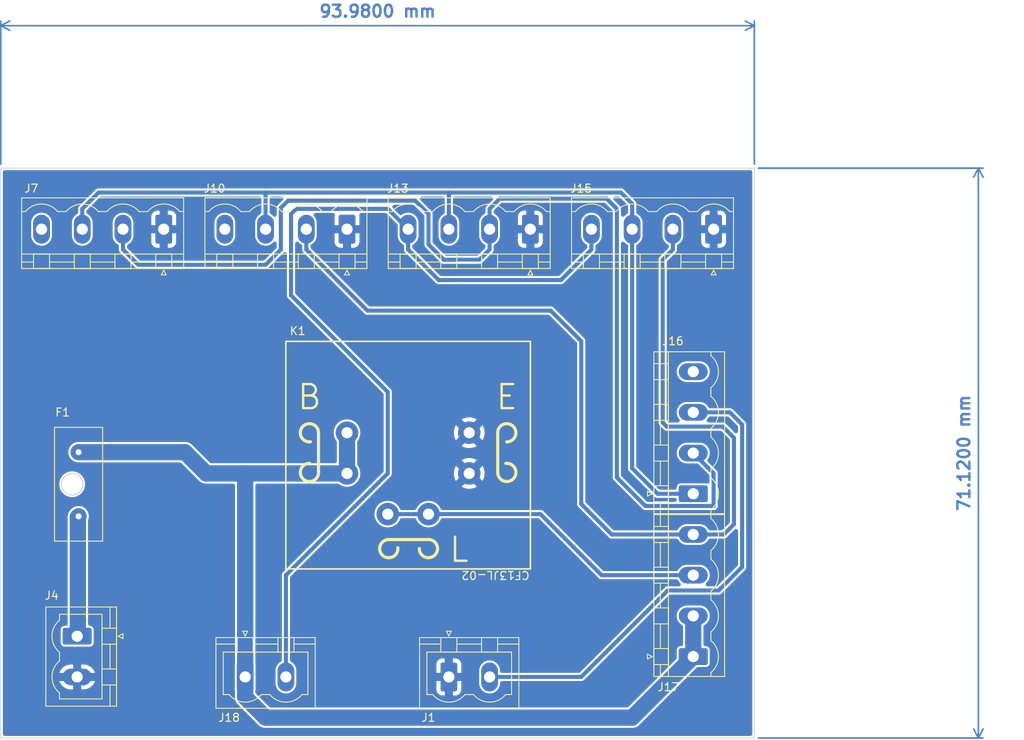
<source format=kicad_pcb>
(kicad_pcb (version 20211014) (generator pcbnew)

  (general
    (thickness 1.6)
  )

  (paper "A4")
  (layers
    (0 "F.Cu" signal)
    (31 "B.Cu" signal)
    (32 "B.Adhes" user "B.Adhesive")
    (33 "F.Adhes" user "F.Adhesive")
    (34 "B.Paste" user)
    (35 "F.Paste" user)
    (36 "B.SilkS" user "B.Silkscreen")
    (37 "F.SilkS" user "F.Silkscreen")
    (38 "B.Mask" user)
    (39 "F.Mask" user)
    (40 "Dwgs.User" user "User.Drawings")
    (41 "Cmts.User" user "User.Comments")
    (42 "Eco1.User" user "User.Eco1")
    (43 "Eco2.User" user "User.Eco2")
    (44 "Edge.Cuts" user)
    (45 "Margin" user)
    (46 "B.CrtYd" user "B.Courtyard")
    (47 "F.CrtYd" user "F.Courtyard")
    (48 "B.Fab" user)
    (49 "F.Fab" user)
    (50 "User.1" user)
    (51 "User.2" user)
    (52 "User.3" user)
    (53 "User.4" user)
    (54 "User.5" user)
    (55 "User.6" user)
    (56 "User.7" user)
    (57 "User.8" user)
    (58 "User.9" user)
  )

  (setup
    (stackup
      (layer "F.SilkS" (type "Top Silk Screen"))
      (layer "F.Paste" (type "Top Solder Paste"))
      (layer "F.Mask" (type "Top Solder Mask") (thickness 0.01))
      (layer "F.Cu" (type "copper") (thickness 0.035))
      (layer "dielectric 1" (type "core") (thickness 1.51) (material "FR4") (epsilon_r 4.5) (loss_tangent 0.02))
      (layer "B.Cu" (type "copper") (thickness 0.035))
      (layer "B.Mask" (type "Bottom Solder Mask") (thickness 0.01))
      (layer "B.Paste" (type "Bottom Solder Paste"))
      (layer "B.SilkS" (type "Bottom Silk Screen"))
      (copper_finish "None")
      (dielectric_constraints no)
    )
    (pad_to_mask_clearance 0)
    (pcbplotparams
      (layerselection 0x00010e0_ffffffff)
      (disableapertmacros false)
      (usegerberextensions false)
      (usegerberattributes true)
      (usegerberadvancedattributes true)
      (creategerberjobfile true)
      (svguseinch false)
      (svgprecision 6)
      (excludeedgelayer true)
      (plotframeref false)
      (viasonmask false)
      (mode 1)
      (useauxorigin false)
      (hpglpennumber 1)
      (hpglpenspeed 20)
      (hpglpendiameter 15.000000)
      (dxfpolygonmode true)
      (dxfimperialunits true)
      (dxfusepcbnewfont true)
      (psnegative false)
      (psa4output false)
      (plotreference true)
      (plotvalue true)
      (plotinvisibletext false)
      (sketchpadsonfab false)
      (subtractmaskfromsilk false)
      (outputformat 1)
      (mirror false)
      (drillshape 0)
      (scaleselection 1)
      (outputdirectory "")
    )
  )

  (net 0 "")
  (net 1 "GND")
  (net 2 "Net-(F1-Pad2)")
  (net 3 "Net-(J13-Pad2)")
  (net 4 "Net-(J10-Pad2)")
  (net 5 "unconnected-(J7-Pad4)")
  (net 6 "unconnected-(J10-Pad4)")
  (net 7 "Net-(J10-Pad3)")
  (net 8 "Net-(J13-Pad4)")
  (net 9 "Net-(J1-Pad2)")
  (net 10 "Net-(J16-Pad3)")
  (net 11 "unconnected-(J17-Pad4)")
  (net 12 "/12V_5A")

  (footprint "circuit:Littelfuse_FuseHolder_FL1_178.6764.0001" (layer "F.Cu") (at 98.6 80.09 -90))

  (footprint "circuit:Generic_HeaderSocket_1x02_P5.08mm_Vertical_Open" (layer "F.Cu") (at 98.425 99.06 -90))

  (footprint "circuit:Generic_HeaderSocket_1x04_P5.08mm_Vertical_Open" (layer "F.Cu") (at 154.94 48.26 180))

  (footprint "circuit:Generic_HeaderSocket_1x04_P5.08mm_Vertical_Open" (layer "F.Cu") (at 177.8 48.26 180))

  (footprint "circuit:Generic_HeaderSocket_1x04_P5.08mm_Vertical_Open" (layer "F.Cu") (at 109.22 48.26 180))

  (footprint "circuit:Generic_HeaderSocket_1x04_P5.08mm_Vertical_Open" (layer "F.Cu") (at 175.26 101.6 90))

  (footprint "circuit:CF13JL-02" (layer "F.Cu") (at 139.7 81.28 180))

  (footprint "circuit:Generic_HeaderSocket_1x02_P5.08mm_Vertical_Open" (layer "F.Cu") (at 144.78 104.14))

  (footprint "circuit:Generic_HeaderSocket_1x02_P5.08mm_Vertical_Open" (layer "F.Cu") (at 119.38 104.14))

  (footprint "circuit:Generic_HeaderSocket_1x04_P5.08mm_Vertical_Open" (layer "F.Cu") (at 175.26 81.28 90))

  (footprint "circuit:Generic_HeaderSocket_1x04_P5.08mm_Vertical_Open" (layer "F.Cu") (at 132.08 48.26 180))

  (gr_rect (start 88.9 40.64) (end 182.88 111.76) (layer "Edge.Cuts") (width 0.1) (fill none) (tstamp baf93642-2aff-4fc6-b370-4199fa085aee))
  (dimension (type aligned) (layer "B.Cu") (tstamp 6e881731-b0ec-403c-8613-a19541dab5d9)
    (pts (xy 88.9 40.64) (xy 182.88 40.64))
    (height -17.78)
    (gr_text "93.9800 mm" (at 135.89 21.06) (layer "B.Cu") (tstamp 6e881731-b0ec-403c-8613-a19541dab5d9)
      (effects (font (size 1.5 1.5) (thickness 0.3)))
    )
    (format (units 3) (units_format 1) (precision 4))
    (style (thickness 0.2) (arrow_length 1.27) (text_position_mode 0) (extension_height 0.58642) (extension_offset 0.5) keep_text_aligned)
  )
  (dimension (type aligned) (layer "B.Cu") (tstamp af1f4209-9a36-4fb6-a68b-7dfdf35ca243)
    (pts (xy 182.88 40.64) (xy 182.88 111.76))
    (height -27.94)
    (gr_text "71.1200 mm" (at 209.02 76.2 90) (layer "B.Cu") (tstamp af1f4209-9a36-4fb6-a68b-7dfdf35ca243)
      (effects (font (size 1.5 1.5) (thickness 0.3)))
    )
    (format (units 3) (units_format 1) (precision 4))
    (style (thickness 0.2) (arrow_length 1.27) (text_position_mode 0) (extension_height 0.58642) (extension_offset 0.5) keep_text_aligned)
  )

  (segment (start 98.51 99.06) (end 98.51 84.18) (width 2.032) (layer "B.Cu") (net 2) (tstamp 83e40058-3df9-4fdb-9b6d-568ad546d96b))
  (segment (start 98.51 84.18) (end 98.6 84.09) (width 2.032) (layer "B.Cu") (net 2) (tstamp b11b994d-4902-4c6f-8069-32f4d46c1c7c))
  (segment (start 165.735 45.72) (end 164.465 44.45) (width 0.508) (layer "B.Cu") (net 3) (tstamp 0327b068-4c7d-4e98-8320-55acb6dac0d6))
  (segment (start 123.825 50.8) (end 121.92 52.705) (width 0.508) (layer "B.Cu") (net 3) (tstamp 08ab319b-e043-44c0-8976-9684dda2e7c0))
  (segment (start 144.145 52.07) (end 142.24 50.165) (width 0.508) (layer "B.Cu") (net 3) (tstamp 275a647b-b21b-4607-97aa-9040c7771074))
  (segment (start 165.735 79.248) (end 165.735 45.72) (width 0.508) (layer "B.Cu") (net 3) (tstamp 34e04f39-12db-4466-bb34-c312a14550f1))
  (segment (start 149.86 50.8) (end 148.59 52.07) (width 0.508) (layer "B.Cu") (net 3) (tstamp 361eb893-64cb-43f5-9e68-924fc44d0b92))
  (segment (start 149.86 48.26) (end 149.86 50.8) (width 0.508) (layer "B.Cu") (net 3) (tstamp 38fdb194-bbdc-4d63-8d56-784aeb79dd12))
  (segment (start 175.26 76.2) (end 177.8 78.74) (width 0.508) (layer "B.Cu") (net 3) (tstamp 4c8ff652-e9e1-49e4-9b39-52f321a07e45))
  (segment (start 121.92 52.705) (end 106.045 52.705) (width 0.508) (layer "B.Cu") (net 3) (tstamp 56eee566-be48-413c-9958-ca65e5287036))
  (segment (start 104.14 50.8) (end 104.14 48.26) (width 0.508) (layer "B.Cu") (net 3) (tstamp 775c2828-e301-4ae3-a368-d8bcf1f8e635))
  (segment (start 106.045 52.705) (end 104.14 50.8) (width 0.508) (layer "B.Cu") (net 3) (tstamp 8170d247-7060-4495-b58b-bec0ef5b5769))
  (segment (start 177.8 82.804) (end 169.291 82.804) (width 0.508) (layer "B.Cu") (net 3) (tstamp 83559fa6-e62f-49ef-9c12-2f3273736f60))
  (segment (start 151.13 44.45) (end 149.86 45.72) (width 0.508) (layer "B.Cu") (net 3) (tstamp 846844ba-f318-47b7-aae2-a66db7b4ee3f))
  (segment (start 123.825 45.593) (end 123.825 50.8) (width 0.508) (layer "B.Cu") (net 3) (tstamp 856f4cd5-2384-4f47-b253-232d559d491d))
  (segment (start 140.589 44.704) (end 124.714 44.704) (width 0.508) (layer "B.Cu") (net 3) (tstamp 8d013781-1a11-4ef6-9d51-4865f96877d7))
  (segment (start 169.291 82.804) (end 165.735 79.248) (width 0.508) (layer "B.Cu") (net 3) (tstamp 90c6543f-6965-4dd2-902e-1b41873e1880))
  (segment (start 142.24 46.355) (end 140.589 44.704) (width 0.508) (layer "B.Cu") (net 3) (tstamp a2933ae6-9e9b-48cc-b309-3a0b583edd93))
  (segment (start 124.714 44.704) (end 123.825 45.593) (width 0.508) (layer "B.Cu") (net 3) (tstamp a9158555-73ad-4f29-91ef-ac377aed634b))
  (segment (start 148.59 52.07) (end 144.145 52.07) (width 0.508) (layer "B.Cu") (net 3) (tstamp cd843815-33c1-4ade-b956-1595b057136b))
  (segment (start 177.8 78.74) (end 177.8 82.804) (width 0.508) (layer "B.Cu") (net 3) (tstamp d1ce9ef3-c548-4e75-bc03-9376f4622a15))
  (segment (start 142.24 50.165) (end 142.24 46.355) (width 0.508) (layer "B.Cu") (net 3) (tstamp d80381e0-1e1a-406d-a3dd-820b9698039f))
  (segment (start 164.465 44.45) (end 151.13 44.45) (width 0.508) (layer "B.Cu") (net 3) (tstamp f8c2c0d8-df08-432f-9866-583724415f3d))
  (segment (start 149.86 45.72) (end 149.86 48.26) (width 0.508) (layer "B.Cu") (net 3) (tstamp febc6cf7-6185-4d84-b810-e862eef83e61))
  (segment (start 171.958 72.898) (end 178.943 72.898) (width 0.508) (layer "B.Cu") (net 4) (tstamp 22806403-fa9f-4405-957e-9a20fbe736ea))
  (segment (start 161.29 62.23) (end 161.29 82.55) (width 0.508) (layer "B.Cu") (net 4) (tstamp 41128042-e32d-425e-bd5e-799206c9bbce))
  (segment (start 180.34 85.09) (end 179.07 86.36) (width 0.508) (layer "B.Cu") (net 4) (tstamp 4b53f9c9-a1f7-4916-b263-83adb3420eb4))
  (segment (start 127 50.8) (end 134.62 58.42) (width 0.508) (layer "B.Cu") (net 4) (tstamp 5bad393d-458f-4753-bea8-387b495d75f7))
  (segment (start 165.1 86.36) (end 175.26 86.36) (width 0.508) (layer "B.Cu") (net 4) (tstamp 61636ac5-a950-48be-b1ea-f251f0bdb566))
  (segment (start 134.62 58.42) (end 157.48 58.42) (width 0.508) (layer "B.Cu") (net 4) (tstamp 68dcf5b4-df45-48dd-9db1-d89424939a49))
  (segment (start 171.45 72.39) (end 171.958 72.898) (width 0.508) (layer "B.Cu") (net 4) (tstamp 71520d9c-5c7d-4779-a108-9a64e361f0b8))
  (segment (start 180.34 74.295) (end 180.34 85.09) (width 0.508) (layer "B.Cu") (net 4) (tstamp 7ae9341c-98d5-4456-bc1b-16ad7ece35d4))
  (segment (start 161.29 82.55) (end 165.1 86.36) (width 0.508) (layer "B.Cu") (net 4) (tstamp 7d03d341-7347-48c5-9de7-107e6886fa76))
  (segment (start 179.07 86.36) (end 175.26 86.36) (width 0.508) (layer "B.Cu") (net 4) (tstamp 8025555e-5f03-4268-a287-6136581969d0))
  (segment (start 171.45 52.07) (end 171.45 72.39) (width 0.508) (layer "B.Cu") (net 4) (tstamp 89596bf3-654b-4aa7-bad7-e2adf65ae120))
  (segment (start 172.72 48.26) (end 172.72 50.8) (width 0.508) (layer "B.Cu") (net 4) (tstamp b5b1acd1-f586-488a-a917-982d314fd2ef))
  (segment (start 178.943 72.898) (end 180.34 74.295) (width 0.508) (layer "B.Cu") (net 4) (tstamp c812c634-7ad3-4d59-b0f0-1ac8749d31a8))
  (segment (start 157.48 58.42) (end 161.29 62.23) (width 0.508) (layer "B.Cu") (net 4) (tstamp d86e911f-531a-489c-a0aa-c187509dfcd3))
  (segment (start 127 48.26) (end 127 50.8) (width 0.508) (layer "B.Cu") (net 4) (tstamp eb475801-6316-49b7-902b-9d45fc60de38))
  (segment (start 172.72 50.8) (end 171.45 52.07) (width 0.508) (layer "B.Cu") (net 4) (tstamp f6b88316-aecb-49e9-bb05-971331a21f16))
  (segment (start 170.815 81.28) (end 175.26 81.28) (width 0.508) (layer "B.Cu") (net 7) (tstamp 0c5feab3-49d0-4313-97e9-0a7bf5087335))
  (segment (start 167.64 48.26) (end 167.64 78.105) (width 0.508) (layer "B.Cu") (net 7) (tstamp 2f83732a-7a57-4462-9ead-8bedb4af7157))
  (segment (start 144.78 48.26) (end 144.78 43.688) (width 0.508) (layer "B.Cu") (net 7) (tstamp 57cd8fd9-1329-4d62-9144-5e89e8d102f8))
  (segment (start 99.06 45.72) (end 101.092 43.688) (width 0.508) (layer "B.Cu") (net 7) (tstamp 5a5e5b3f-28ee-4309-ade3-56c4a5176ecb))
  (segment (start 144.78 43.688) (end 121.92 43.688) (width 0.508) (layer "B.Cu") (net 7) (tstamp 85ce6f67-0fa9-44bd-80eb-73e907683c7a))
  (segment (start 167.64 78.105) (end 170.815 81.28) (width 0.508) (layer "B.Cu") (net 7) (tstamp a7a537cb-fc24-4979-acec-8372ec17246d))
  (segment (start 99.06 48.26) (end 99.06 45.72) (width 0.508) (layer "B.Cu") (net 7) (tstamp b4bc2af3-8965-4ff7-b786-da487fbdf10f))
  (segment (start 101.092 43.688) (end 121.92 43.688) (width 0.508) (layer "B.Cu") (net 7) (tstamp c46de116-60f2-4529-932b-9cfc76bde2f0))
  (segment (start 167.64 48.26) (end 167.64 45.085) (width 0.508) (layer "B.Cu") (net 7) (tstamp c96b642b-ca67-4115-963b-a9d88b80498c))
  (segment (start 166.243 43.688) (end 144.78 43.688) (width 0.508) (layer "B.Cu") (net 7) (tstamp e028f8aa-cddc-44fe-a1c6-562250e2a91e))
  (segment (start 121.92 48.26) (end 121.92 43.688) (width 0.508) (layer "B.Cu") (net 7) (tstamp ea1bc124-271f-475b-9f8b-b673277c5436))
  (segment (start 167.64 45.085) (end 166.243 43.688) (width 0.508) (layer "B.Cu") (net 7) (tstamp ea76e44d-e95e-48ce-b12b-cdc8e9584e40))
  (segment (start 139.7 48.26) (end 139.7 50.8) (width 0.508) (layer "B.Cu") (net 8) (tstamp 035851ed-370f-4c2f-9967-d14ed2400607))
  (segment (start 125.73 45.72) (end 137.16 45.72) (width 0.508) (layer "B.Cu") (net 8) (tstamp 42d53081-e50e-42cd-aacb-0aab568a9cea))
  (segment (start 125.095 56.515) (end 125.095 46.355) (width 0.508) (layer "B.Cu") (net 8) (tstamp 62d467cd-5685-49fe-b0dd-3b5be75f8ffd))
  (segment (start 125.095 46.355) (end 125.73 45.72) (width 0.508) (layer "B.Cu") (net 8) (tstamp 68b95fe5-4657-4aed-82c1-ec836bc70443))
  (segment (start 137.16 78.74) (end 137.16 68.58) (width 0.508) (layer "B.Cu") (net 8) (tstamp 6bf27104-1588-4f39-a907-37411f93ec5c))
  (segment (start 124.46 91.44) (end 137.16 78.74) (width 0.508) (layer "B.Cu") (net 8) (tstamp 98669dc9-091d-4b79-90fb-5dd2b45bf388))
  (segment (start 158.75 54.61) (end 162.56 50.8) (width 0.508) (layer "B.Cu") (net 8) (tstamp cb1b700e-b974-463c-a0e5-42a05ae323a0))
  (segment (start 124.46 104.14) (end 124.46 91.44) (width 0.508) (layer "B.Cu") (net 8) (tstamp d1dbb822-831a-40c5-806e-ad0ca403ad19))
  (segment (start 143.51 54.61) (end 158.75 54.61) (width 0.508) (layer "B.Cu") (net 8) (tstamp d4ff7244-ad81-445c-8828-90784f7dfe1c))
  (segment (start 162.56 50.8) (end 162.56 48.26) (width 0.508) (layer "B.Cu") (net 8) (tstamp d574a83e-38b6-4477-ada3-cdb971e84822))
  (segment (start 137.16 45.72) (end 139.7 48.26) (width 0.508) (layer "B.Cu") (net 8) (tstamp e0231a36-f91f-4dbd-ac04-dd02f49ce6c2))
  (segment (start 137.16 68.58) (end 125.095 56.515) (width 0.508) (layer "B.Cu") (net 8) (tstamp e31b825e-63c4-4ae1-b2f9-f010d2f97d9b))
  (segment (start 139.7 50.8) (end 143.51 54.61) (width 0.508) (layer "B.Cu") (net 8) (tstamp e74e494e-dcc4-418b-a0de-37eacbf8edec))
  (segment (start 179.832 71.12) (end 181.356 72.644) (width 0.508) (layer "B.Cu") (net 9) (tstamp 1ee408c8-9501-4f49-a794-6a73b6b260ac))
  (segment (start 181.356 90.424) (end 178.435 93.345) (width 0.508) (layer "B.Cu") (net 9) (tstamp 60b04837-819a-4aa9-b519-e6525f655517))
  (segment (start 161.29 104.14) (end 149.86 104.14) (width 0.508) (layer "B.Cu") (net 9) (tstamp 73b44a80-dcbd-444f-8170-075866e83468))
  (segment (start 175.26 71.12) (end 179.832 71.12) (width 0.508) (layer "B.Cu") (net 9) (tstamp 7968c09b-b695-414e-93f4-6879d6b22664))
  (segment (start 178.435 93.345) (end 172.085 93.345) (width 0.508) (layer "B.Cu") (net 9) (tstamp b9002fa7-93e6-41b6-a347-c353fd935317))
  (segment (start 172.085 93.345) (end 161.29 104.14) (width 0.508) (layer "B.Cu") (net 9) (tstamp c886c39e-2f9f-4851-878b-cbb1c3763cfd))
  (segment (start 181.356 72.644) (end 181.356 90.424) (width 0.508) (layer "B.Cu") (net 9) (tstamp d9f14d57-5302-425d-a833-3caa3990a0da))
  (segment (start 142.24 83.82) (end 156.21 83.82) (width 0.508) (layer "B.Cu") (net 10) (tstamp 166e3727-ea13-4078-9587-ebae07917d46))
  (segment (start 156.21 83.82) (end 163.83 91.44) (width 0.508) (layer "B.Cu") (net 10) (tstamp 3db6f99b-cc98-4688-9cfd-8cc4b9de457f))
  (segment (start 137.16 83.82) (end 142.24 83.82) (width 0.508) (layer "B.Cu") (net 10) (tstamp 7ef2ad13-0397-4b3f-9952-ae58453dcf25))
  (segment (start 163.83 91.44) (end 175.26 91.44) (width 0.508) (layer "B.Cu") (net 10) (tstamp 8faf1bd2-a428-47ff-b908-13272a0e14a6))
  (segment (start 175.26 96.52) (end 175.26 101.6) (width 2.032) (layer "B.Cu") (net 12) (tstamp 1529d261-cfdd-469d-8c77-a3baac5fe65c))
  (segment (start 111.87 76.09) (end 98.6 76.09) (width 2.032) (layer "B.Cu") (net 12) (tstamp 1d006995-ecf6-40bc-9ccd-8f6f85e0c2cf))
  (segment (start 119.38 106.68) (end 121.92 109.22) (width 2.032) (layer "B.Cu") (net 12) (tstamp 1ef481e5-7b58-4d2f-b4d6-abedb3b2a446))
  (segment (start 114.52 78.74) (end 119.38 78.74) (width 2.032) (layer "B.Cu") (net 12) (tstamp 21866b86-b407-4890-99ba-c005987b61c4))
  (segment (start 121.92 109.22) (end 167.64 109.22) (width 2.032) (layer "B.Cu") (net 12) (tstamp 5225d2fe-df37-4801-955e-1139c3a36848))
  (segment (start 119.38 104.14) (end 119.38 78.74) (width 2.032) (layer "B.Cu") (net 12) (tstamp 59fe66d1-b624-4e01-8135-43750068eb8e))
  (segment (start 119.38 78.74) (end 132.08 78.74) (width 2.032) (layer "B.Cu") (net 12) (tstamp 84a46f41-d68f-4cda-ad6b-4896aeade3f1))
  (segment (start 132.08 78.74) (end 132.08 73.66) (width 2.032) (layer "B.Cu") (net 12) (tstamp 900899e4-c083-40a5-8a0f-e1fd21dac507))
  (segment (start 111.87 76.09) (end 114.52 78.74) (width 2.032) (layer "B.Cu") (net 12) (tstamp 933c9c39-c18f-4a8d-8455-cdb273965729))
  (segment (start 167.64 109.22) (end 175.26 101.6) (width 2.032) (layer "B.Cu") (net 12) (tstamp 9473b439-4def-4880-99bc-cc6ddde00412))
  (segment (start 119.38 104.14) (end 119.38 106.68) (width 2.032) (layer "B.Cu") (net 12) (tstamp ff08119c-8c68-451d-9937-3e2276b97834))

  (zone (net 1) (net_name "GND") (layer "B.Cu") (tstamp c8a69dad-8d20-4ddc-a5c3-56d29cf8532f) (hatch edge 0.508)
    (connect_pads (clearance 0.254))
    (min_thickness 0.508) (filled_areas_thickness no)
    (fill yes (thermal_gap 0.508) (thermal_bridge_width 1.016) (island_removal_mode 1) (island_area_min 0))
    (polygon
      (pts
        (xy 182.88 111.76)
        (xy 88.9 111.76)
        (xy 88.9 40.64)
        (xy 182.88 40.64)
      )
    )
    (filled_polygon
      (layer "B.Cu")
      (pts
        (xy 182.469319 40.913758)
        (xy 182.551398 40.968602)
        (xy 182.606242 41.050681)
        (xy 182.6255 41.1475)
        (xy 182.6255 111.2525)
        (xy 182.606242 111.349319)
        (xy 182.551398 111.431398)
        (xy 182.469319 111.486242)
        (xy 182.3725 111.5055)
        (xy 89.4075 111.5055)
        (xy 89.310681 111.486242)
        (xy 89.228602 111.431398)
        (xy 89.173758 111.349319)
        (xy 89.1545 111.2525)
        (xy 89.1545 104.6555)
        (xy 96.203396 104.6555)
        (xy 96.204687 104.664808)
        (xy 96.206602 104.671573)
        (xy 96.21366 104.690552)
        (xy 96.310349 104.897901)
        (xy 96.320355 104.915515)
        (xy 96.44895 105.104736)
        (xy 96.461637 105.120516)
        (xy 96.618834 105.286747)
        (xy 96.63389 105.300304)
        (xy 96.815639 105.439261)
        (xy 96.832659 105.450229)
        (xy 97.034292 105.558344)
        (xy 97.052849 105.566451)
        (xy 97.269165 105.640936)
        (xy 97.288794 105.645975)
        (xy 97.5164 105.685289)
        (xy 97.53219 105.687005)
        (xy 97.551256 105.687871)
        (xy 97.556965 105.688)
        (xy 97.892082 105.688)
        (xy 97.912866 105.683866)
        (xy 97.917 105.663082)
        (xy 98.933 105.663082)
        (xy 98.937134 105.683866)
        (xy 98.957918 105.688)
        (xy 99.242516 105.688)
        (xy 99.25265 105.687593)
        (xy 99.423176 105.673873)
        (xy 99.443167 105.670635)
        (xy 99.665341 105.616064)
        (xy 99.684569 105.609668)
        (xy 99.895167 105.520274)
        (xy 99.913111 105.510893)
        (xy 100.106702 105.388983)
        (xy 100.12293 105.376843)
        (xy 100.294544 105.225545)
        (xy 100.308605 105.210984)
        (xy 100.453828 105.034186)
        (xy 100.465382 105.017562)
        (xy 100.580471 104.81982)
        (xy 100.589217 104.801565)
        (xy 100.639235 104.671264)
        (xy 100.642667 104.65129)
        (xy 100.624916 104.648)
        (xy 98.957918 104.648)
        (xy 98.937134 104.652134)
        (xy 98.933 104.672918)
        (xy 98.933 105.663082)
        (xy 97.917 105.663082)
        (xy 97.917 104.672918)
        (xy 97.912866 104.652134)
        (xy 97.892082 104.648)
        (xy 96.224849 104.648)
        (xy 96.204065 104.652134)
        (xy 96.203396 104.6555)
        (xy 89.1545 104.6555)
        (xy 89.1545 103.62871)
        (xy 96.207333 103.62871)
        (xy 96.225084 103.632)
        (xy 97.892082 103.632)
        (xy 97.912866 103.627866)
        (xy 97.917 103.607082)
        (xy 98.933 103.607082)
        (xy 98.937134 103.627866)
        (xy 98.957918 103.632)
        (xy 100.625151 103.632)
        (xy 100.645935 103.627866)
        (xy 100.646604 103.6245)
        (xy 100.645313 103.615192)
        (xy 100.643398 103.608427)
        (xy 100.63634 103.589448)
        (xy 100.539651 103.382099)
        (xy 100.529645 103.364485)
        (xy 100.40105 103.175264)
        (xy 100.388363 103.159484)
        (xy 100.231166 102.993253)
        (xy 100.21611 102.979696)
        (xy 100.034361 102.840739)
        (xy 100.017341 102.829771)
        (xy 99.815708 102.721656)
        (xy 99.797151 102.713549)
        (xy 99.580835 102.639064)
        (xy 99.561206 102.634025)
        (xy 99.3336 102.594711)
        (xy 99.31781 102.592995)
        (xy 99.298744 102.592129)
        (xy 99.293035 102.592)
        (xy 98.957918 102.592)
        (xy 98.937134 102.596134)
        (xy 98.933 102.616918)
        (xy 98.933 103.607082)
        (xy 97.917 103.607082)
        (xy 97.917 102.616918)
        (xy 97.912866 102.596134)
        (xy 97.892082 102.592)
        (xy 97.607484 102.592)
        (xy 97.59735 102.592407)
        (xy 97.426824 102.606127)
        (xy 97.406833 102.609365)
        (xy 97.184659 102.663936)
        (xy 97.165431 102.670332)
        (xy 96.954833 102.759726)
        (xy 96.936889 102.769107)
        (xy 96.743298 102.891017)
        (xy 96.72707 102.903157)
        (xy 96.555456 103.054455)
        (xy 96.541395 103.069016)
        (xy 96.396172 103.245814)
        (xy 96.384618 103.262438)
        (xy 96.269529 103.46018)
        (xy 96.260783 103.478435)
        (xy 96.210765 103.608736)
        (xy 96.207333 103.62871)
        (xy 89.1545 103.62871)
        (xy 89.1545 98.222243)
        (xy 96.3705 98.222243)
        (xy 96.370501 99.897756)
        (xy 96.377202 99.959449)
        (xy 96.427929 100.094765)
        (xy 96.514596 100.210404)
        (xy 96.630235 100.297071)
        (xy 96.647111 100.303398)
        (xy 96.647114 100.303399)
        (xy 96.698761 100.32276)
        (xy 96.765551 100.347798)
        (xy 96.781319 100.349511)
        (xy 96.820429 100.35376)
        (xy 96.820434 100.35376)
        (xy 96.827243 100.3545)
        (xy 96.834096 100.3545)
        (xy 98.4264 100.354499)
        (xy 100.022756 100.354499)
        (xy 100.029547 100.353761)
        (xy 100.029554 100.353761)
        (xy 100.049585 100.351585)
        (xy 100.084449 100.347798)
        (xy 100.151239 100.32276)
        (xy 100.202886 100.303399)
        (xy 100.202889 100.303398)
        (xy 100.219765 100.297071)
        (xy 100.335404 100.210404)
        (xy 100.422071 100.094765)
        (xy 100.472798 99.959449)
        (xy 100.4795 99.897757)
        (xy 100.479499 98.222244)
        (xy 100.472798 98.160551)
        (xy 100.422071 98.025235)
        (xy 100.335404 97.909596)
        (xy 100.219765 97.822929)
        (xy 100.202889 97.816602)
        (xy 100.202886 97.816601)
        (xy 100.151239 97.79724)
        (xy 100.084449 97.772202)
        (xy 100.068681 97.770489)
        (xy 100.02957 97.76624)
        (xy 100.029567 97.76624)
        (xy 100.022757 97.7655)
        (xy 100.018989 97.7655)
        (xy 99.924182 97.741246)
        (xy 99.845189 97.682044)
        (xy 99.794865 97.597119)
        (xy 99.7805 97.513082)
        (xy 99.7805 84.606192)
        (xy 99.795012 84.521739)
        (xy 99.831796 84.417864)
        (xy 99.835559 84.407238)
        (xy 99.872209 84.183425)
        (xy 99.868647 83.95666)
        (xy 99.824984 83.73411)
        (xy 99.820894 83.723619)
        (xy 99.820892 83.723613)
        (xy 99.746698 83.533314)
        (xy 99.742602 83.522808)
        (xy 99.693872 83.443288)
        (xy 99.629987 83.339038)
        (xy 99.629986 83.339036)
        (xy 99.624102 83.329435)
        (xy 99.609018 83.312505)
        (xy 99.480729 83.168516)
        (xy 99.480726 83.168514)
        (xy 99.473232 83.160102)
        (xy 99.367134 83.07691)
        (xy 99.303625 83.027113)
        (xy 99.303623 83.027112)
        (xy 99.294761 83.020163)
        (xy 99.257526 83.000448)
        (xy 99.104286 82.919311)
        (xy 99.104281 82.919309)
        (xy 99.094328 82.914039)
        (xy 98.992532 82.881552)
        (xy 98.889001 82.848511)
        (xy 98.888997 82.84851)
        (xy 98.878271 82.845087)
        (xy 98.867103 82.843617)
        (xy 98.8671 82.843616)
        (xy 98.664593 82.816955)
        (xy 98.66459 82.816955)
        (xy 98.653418 82.815484)
        (xy 98.599023 82.818049)
        (xy 98.438128 82.825637)
        (xy 98.438124 82.825638)
        (xy 98.426877 82.826168)
        (xy 98.415902 82.828682)
        (xy 98.415899 82.828682)
        (xy 98.216788 82.874284)
        (xy 98.205807 82.876799)
        (xy 97.997198 82.965779)
        (xy 97.987787 82.971961)
        (xy 97.829811 83.075731)
        (xy 97.807642 83.090293)
        (xy 97.764593 83.128649)
        (xy 97.682688 83.210554)
        (xy 97.657804 83.232376)
        (xy 97.646553 83.241009)
        (xy 97.638973 83.249339)
        (xy 97.638969 83.249343)
        (xy 97.593193 83.299651)
        (xy 97.584964 83.308277)
        (xy 97.570937 83.322304)
        (xy 97.557336 83.33857)
        (xy 97.555722 83.340501)
        (xy 97.548759 83.348483)
        (xy 97.543235 83.354554)
        (xy 97.493919 83.408752)
        (xy 97.487934 83.418293)
        (xy 97.484519 83.422792)
        (xy 97.472965 83.438695)
        (xy 97.469738 83.443338)
        (xy 97.462514 83.451978)
        (xy 97.456933 83.461763)
        (xy 97.45693 83.461767)
        (xy 97.422141 83.522759)
        (xy 97.416719 83.531821)
        (xy 97.373401 83.600874)
        (xy 97.369199 83.611327)
        (xy 97.366635 83.616359)
        (xy 97.358083 83.63405)
        (xy 97.355731 83.639187)
        (xy 97.350146 83.648978)
        (xy 97.322947 83.725786)
        (xy 97.319202 83.735697)
        (xy 97.293014 83.800843)
        (xy 97.28881 83.811301)
        (xy 97.286524 83.822337)
        (xy 97.284889 83.827754)
        (xy 97.279597 83.846707)
        (xy 97.278201 83.852144)
        (xy 97.274441 83.862762)
        (xy 97.272621 83.873875)
        (xy 97.27262 83.87388)
        (xy 97.261271 83.943189)
        (xy 97.259339 83.953611)
        (xy 97.242819 84.033382)
        (xy 97.242285 84.042644)
        (xy 97.242284 84.042652)
        (xy 97.24158 84.054856)
        (xy 97.240218 84.0672)
        (xy 97.239611 84.07546)
        (xy 97.237791 84.086575)
        (xy 97.237968 84.097835)
        (xy 97.239469 84.1934)
        (xy 97.2395 84.197374)
        (xy 97.2395 97.512501)
        (xy 97.220242 97.60932)
        (xy 97.165398 97.691399)
        (xy 97.083319 97.746243)
        (xy 96.9865 97.765501)
        (xy 96.827244 97.765501)
        (xy 96.820453 97.766239)
        (xy 96.820446 97.766239)
        (xy 96.800415 97.768415)
        (xy 96.765551 97.772202)
        (xy 96.698761 97.79724)
        (xy 96.647114 97.816601)
        (xy 96.647111 97.816602)
        (xy 96.630235 97.822929)
        (xy 96.514596 97.909596)
        (xy 96.427929 98.025235)
        (xy 96.377202 98.160551)
        (xy 96.3705 98.222243)
        (xy 89.1545 98.222243)
        (xy 89.1545 80.09)
        (xy 96.190539 80.09)
        (xy 96.210354 80.341775)
        (xy 96.269312 80.587351)
        (xy 96.36596 80.82068)
        (xy 96.497919 81.036017)
        (xy 96.504372 81.043573)
        (xy 96.504376 81.043578)
        (xy 96.617584 81.176128)
        (xy 96.661939 81.228061)
        (xy 96.669498 81.234517)
        (xy 96.846422 81.385624)
        (xy 96.846427 81.385628)
        (xy 96.853983 81.392081)
        (xy 97.06932 81.52404)
        (xy 97.302649 81.620688)
        (xy 97.548225 81.679646)
        (xy 97.8 81.699461)
        (xy 98.051775 81.679646)
        (xy 98.297351 81.620688)
        (xy 98.53068 81.52404)
        (xy 98.746017 81.392081)
        (xy 98.753573 81.385628)
        (xy 98.753578 81.385624)
        (xy 98.930502 81.234517)
        (xy 98.938061 81.228061)
        (xy 98.982416 81.176128)
        (xy 99.095624 81.043578)
        (xy 99.095628 81.043573)
        (xy 99.102081 81.036017)
        (xy 99.23404 80.82068)
        (xy 99.330688 80.587351)
        (xy 99.389646 80.341775)
        (xy 99.409461 80.09)
        (xy 99.389646 79.838225)
        (xy 99.330688 79.592649)
        (xy 99.23404 79.35932)
        (xy 99.102081 79.143983)
        (xy 99.095628 79.136427)
        (xy 99.095624 79.136422)
        (xy 98.944517 78.959498)
        (xy 98.938061 78.951939)
        (xy 98.884876 78.906515)
        (xy 98.753578 78.794376)
        (xy 98.753573 78.794372)
        (xy 98.746017 78.787919)
        (xy 98.53068 78.65596)
        (xy 98.297351 78.559312)
        (xy 98.051775 78.500354)
        (xy 97.8 78.480539)
        (xy 97.548225 78.500354)
        (xy 97.302649 78.559312)
        (xy 97.06932 78.65596)
        (xy 96.853983 78.787919)
        (xy 96.846427 78.794372)
        (xy 96.846422 78.794376)
        (xy 96.715124 78.906515)
        (xy 96.661939 78.951939)
        (xy 96.655483 78.959498)
        (xy 96.504376 79.136422)
        (xy 96.504372 79.136427)
        (xy 96.497919 79.143983)
        (xy 96.36596 79.35932)
        (xy 96.269312 79.592649)
        (xy 96.210354 79.838225)
        (xy 96.192796 80.061323)
        (xy 96.190539 80.09)
        (xy 89.1545 80.09)
        (xy 89.1545 76.130069)
        (xy 97.324994 76.130069)
        (xy 97.352241 76.355219)
        (xy 97.418927 76.571987)
        (xy 97.424095 76.581999)
        (xy 97.424095 76.582)
        (xy 97.461489 76.654448)
        (xy 97.522946 76.773519)
        (xy 97.661009 76.953447)
        (xy 97.669338 76.961026)
        (xy 97.669341 76.961029)
        (xy 97.820418 77.098498)
        (xy 97.828752 77.106081)
        (xy 97.858475 77.124726)
        (xy 98.011331 77.220613)
        (xy 98.011334 77.220614)
        (xy 98.020874 77.226599)
        (xy 98.231301 77.31119)
        (xy 98.242329 77.313474)
        (xy 98.242333 77.313475)
        (xy 98.327717 77.331157)
        (xy 98.453382 77.357181)
        (xy 98.462651 77.357715)
        (xy 98.462655 77.357716)
        (xy 98.485355 77.359025)
        (xy 98.510944 77.3605)
        (xy 111.238946 77.3605)
        (xy 111.335765 77.379758)
        (xy 111.417844 77.434602)
        (xy 112.485893 78.502652)
        (xy 113.550554 79.567313)
        (xy 113.572374 79.592194)
        (xy 113.581009 79.603447)
        (xy 113.589338 79.611026)
        (xy 113.589341 79.611029)
        (xy 113.63965 79.656806)
        (xy 113.648276 79.665035)
        (xy 113.662304 79.679063)
        (xy 113.67857 79.692664)
        (xy 113.680501 79.694278)
        (xy 113.688483 79.701241)
        (xy 113.704152 79.715498)
        (xy 113.748752 79.756081)
        (xy 113.758293 79.762066)
        (xy 113.762792 79.765481)
        (xy 113.778695 79.777035)
        (xy 113.783338 79.780262)
        (xy 113.791978 79.787486)
        (xy 113.801763 79.793067)
        (xy 113.801767 79.79307)
        (xy 113.862759 79.827859)
        (xy 113.871821 79.833281)
        (xy 113.940874 79.876599)
        (xy 113.951327 79.880801)
        (xy 113.956359 79.883365)
        (xy 113.97405 79.891917)
        (xy 113.979187 79.894269)
        (xy 113.988978 79.899854)
        (xy 114.027587 79.913526)
        (xy 114.065786 79.927053)
        (xy 114.075697 79.930798)
        (xy 114.11236 79.945536)
        (xy 114.151301 79.96119)
        (xy 114.162337 79.963476)
        (xy 114.167754 79.965111)
        (xy 114.186707 79.970403)
        (xy 114.192144 79.971799)
        (xy 114.202762 79.975559)
        (xy 114.213875 79.977379)
        (xy 114.21388 79.97738)
        (xy 114.283189 79.988729)
        (xy 114.293611 79.990661)
        (xy 114.364298 80.0053)
        (xy 114.364301 80.0053)
        (xy 114.373382 80.007181)
        (xy 114.382644 80.007715)
        (xy 114.382652 80.007716)
        (xy 114.394856 80.00842)
        (xy 114.4072 80.009782)
        (xy 114.41546 80.010389)
        (xy 114.426575 80.012209)
        (xy 114.533401 80.010531)
        (xy 114.537374 80.0105)
        (xy 117.8565 80.0105)
        (xy 117.953319 80.029758)
        (xy 118.035398 80.084602)
        (xy 118.090242 80.166681)
        (xy 118.1095 80.2635)
        (xy 118.1095 102.388544)
        (xy 118.098439 102.449552)
        (xy 118.101439 102.450265)
        (xy 118.097769 102.465702)
        (xy 118.092202 102.480551)
        (xy 118.090489 102.496319)
        (xy 118.08649 102.533133)
        (xy 118.0855 102.542243)
        (xy 118.085501 105.737756)
        (xy 118.086239 105.744547)
        (xy 118.086239 105.744554)
        (xy 118.088415 105.764585)
        (xy 118.092202 105.799449)
        (xy 118.097769 105.814299)
        (xy 118.101439 105.829735)
        (xy 118.098439 105.830448)
        (xy 118.1095 105.891456)
        (xy 118.1095 106.579499)
        (xy 118.107335 106.612521)
        (xy 118.105484 106.626582)
        (xy 118.106015 106.637839)
        (xy 118.109219 106.705778)
        (xy 118.1095 106.717697)
        (xy 118.1095 106.737535)
        (xy 118.111609 106.761161)
        (xy 118.112329 106.771728)
        (xy 118.116168 106.853123)
        (xy 118.118684 106.864108)
        (xy 118.119453 106.869721)
        (xy 118.122518 106.889077)
        (xy 118.123524 106.894669)
        (xy 118.124526 106.905895)
        (xy 118.127501 106.916768)
        (xy 118.146028 106.984493)
        (xy 118.14861 106.994773)
        (xy 118.166799 107.074193)
        (xy 118.171217 107.08455)
        (xy 118.172966 107.089934)
        (xy 118.179426 107.108482)
        (xy 118.181396 107.11378)
        (xy 118.18437 107.124651)
        (xy 118.189219 107.134817)
        (xy 118.189222 107.134825)
        (xy 118.219458 107.198216)
        (xy 118.223818 107.207872)
        (xy 118.251355 107.272431)
        (xy 118.255779 107.282802)
        (xy 118.261969 107.292224)
        (xy 118.264651 107.297227)
        (xy 118.27429 107.314335)
        (xy 118.277157 107.319183)
        (xy 118.282007 107.329351)
        (xy 118.288585 107.338505)
        (xy 118.329549 107.395512)
        (xy 118.335553 107.404247)
        (xy 118.380293 107.472358)
        (xy 118.394605 107.48842)
        (xy 118.40235 107.498089)
        (xy 118.407775 107.504375)
        (xy 118.414351 107.513526)
        (xy 118.422446 107.52137)
        (xy 118.422448 107.521373)
        (xy 118.491047 107.58785)
        (xy 118.493879 107.590637)
        (xy 120.950552 110.04731)
        (xy 120.972371 110.07219)
        (xy 120.981009 110.083447)
        (xy 120.989338 110.091026)
        (xy 120.989341 110.091029)
        (xy 121.039661 110.136816)
        (xy 121.048287 110.145045)
        (xy 121.062304 110.159062)
        (xy 121.066624 110.162674)
        (xy 121.080498 110.174275)
        (xy 121.088481 110.181239)
        (xy 121.148752 110.236081)
        (xy 121.158303 110.242072)
        (xy 121.162788 110.245477)
        (xy 121.178722 110.257054)
        (xy 121.183334 110.26026)
        (xy 121.191977 110.267486)
        (xy 121.201754 110.273063)
        (xy 121.201763 110.273069)
        (xy 121.262778 110.307871)
        (xy 121.271832 110.313289)
        (xy 121.340874 110.356599)
        (xy 121.351335 110.360804)
        (xy 121.356351 110.36336)
        (xy 121.374084 110.371933)
        (xy 121.379182 110.374267)
        (xy 121.388977 110.379854)
        (xy 121.465799 110.407058)
        (xy 121.475687 110.410794)
        (xy 121.551301 110.44119)
        (xy 121.562328 110.443474)
        (xy 121.567718 110.445101)
        (xy 121.586679 110.450394)
        (xy 121.592137 110.451796)
        (xy 121.602762 110.455558)
        (xy 121.613879 110.457378)
        (xy 121.613889 110.457381)
        (xy 121.68318 110.468728)
        (xy 121.693599 110.470659)
        (xy 121.741348 110.480547)
        (xy 121.773382 110.487181)
        (xy 121.782642 110.487715)
        (xy 121.782651 110.487716)
        (xy 121.794855 110.48842)
        (xy 121.807199 110.489782)
        (xy 121.815462 110.490389)
        (xy 121.826575 110.492209)
        (xy 121.933401 110.490531)
        (xy 121.937374 110.4905)
        (xy 167.539499 110.4905)
        (xy 167.572521 110.492665)
        (xy 167.586582 110.494516)
        (xy 167.665778 110.490781)
        (xy 167.677697 110.4905)
        (xy 167.697535 110.4905)
        (xy 167.721184 110.488389)
        (xy 167.731728 110.487671)
        (xy 167.801868 110.484363)
        (xy 167.80187 110.484363)
        (xy 167.813123 110.483832)
        (xy 167.824108 110.481316)
        (xy 167.829721 110.480547)
        (xy 167.849077 110.477482)
        (xy 167.854669 110.476476)
        (xy 167.865895 110.475474)
        (xy 167.944493 110.453972)
        (xy 167.954773 110.45139)
        (xy 168.023212 110.435716)
        (xy 168.023213 110.435716)
        (xy 168.034193 110.433201)
        (xy 168.04455 110.428783)
        (xy 168.049934 110.427034)
        (xy 168.068482 110.420574)
        (xy 168.07378 110.418604)
        (xy 168.084651 110.41563)
        (xy 168.094817 110.410781)
        (xy 168.094825 110.410778)
        (xy 168.158216 110.380542)
        (xy 168.167872 110.376182)
        (xy 168.232431 110.348645)
        (xy 168.232435 110.348643)
        (xy 168.242802 110.344221)
        (xy 168.252224 110.338031)
        (xy 168.257227 110.335349)
        (xy 168.274335 110.32571)
        (xy 168.279183 110.322843)
        (xy 168.289351 110.317993)
        (xy 168.355512 110.270451)
        (xy 168.364247 110.264447)
        (xy 168.424606 110.224799)
        (xy 168.432358 110.219707)
        (xy 168.44842 110.205395)
        (xy 168.458089 110.19765)
        (xy 168.464375 110.192225)
        (xy 168.473526 110.185649)
        (xy 168.484549 110.174275)
        (xy 168.54785 110.108953)
        (xy 168.550637 110.106121)
        (xy 175.688157 102.968601)
        (xy 175.770236 102.913757)
        (xy 175.867055 102.894499)
        (xy 176.857756 102.894499)
        (xy 176.864547 102.893761)
        (xy 176.864554 102.893761)
        (xy 176.884585 102.891585)
        (xy 176.919449 102.887798)
        (xy 176.986239 102.86276)
        (xy 177.037886 102.843399)
        (xy 177.037889 102.843398)
        (xy 177.054765 102.837071)
        (xy 177.170404 102.750404)
        (xy 177.257071 102.634765)
        (xy 177.263762 102.616918)
        (xy 177.289186 102.549096)
        (xy 177.307798 102.499449)
        (xy 177.3145 102.437757)
        (xy 177.314499 100.762244)
        (xy 177.307798 100.700551)
        (xy 177.257071 100.565235)
        (xy 177.170404 100.449596)
        (xy 177.054765 100.362929)
        (xy 177.037889 100.356602)
        (xy 177.037886 100.356601)
        (xy 176.986239 100.33724)
        (xy 176.919449 100.312202)
        (xy 176.903681 100.310489)
        (xy 176.864571 100.30624)
        (xy 176.864566 100.30624)
        (xy 176.857757 100.3055)
        (xy 176.7835 100.3055)
        (xy 176.686681 100.286242)
        (xy 176.604602 100.231398)
        (xy 176.549758 100.149319)
        (xy 176.5305 100.0525)
        (xy 176.5305 97.870689)
        (xy 176.549758 97.77387)
        (xy 176.604602 97.691791)
        (xy 176.657004 97.651582)
        (xy 176.659701 97.650025)
        (xy 176.669722 97.645352)
        (xy 176.855267 97.515433)
        (xy 177.015433 97.355267)
        (xy 177.021763 97.346227)
        (xy 177.021767 97.346222)
        (xy 177.139019 97.178767)
        (xy 177.145352 97.169723)
        (xy 177.241079 96.964436)
        (xy 177.299704 96.745646)
        (xy 177.319445 96.52)
        (xy 177.299704 96.294354)
        (xy 177.241079 96.075564)
        (xy 177.145352 95.870278)
        (xy 177.015433 95.684733)
        (xy 176.855267 95.524567)
        (xy 176.669722 95.394648)
        (xy 176.464436 95.298921)
        (xy 176.453765 95.296062)
        (xy 176.453763 95.296061)
        (xy 176.392713 95.279703)
        (xy 176.245646 95.240296)
        (xy 176.161612 95.232944)
        (xy 176.082026 95.225981)
        (xy 176.082016 95.225981)
        (xy 176.076523 95.2255)
        (xy 174.443477 95.2255)
        (xy 174.437984 95.225981)
        (xy 174.437974 95.225981)
        (xy 174.358388 95.232944)
        (xy 174.274354 95.240296)
        (xy 174.127287 95.279703)
        (xy 174.066237 95.296061)
        (xy 174.066235 95.296062)
        (xy 174.055564 95.298921)
        (xy 173.850278 95.394648)
        (xy 173.664733 95.524567)
        (xy 173.504567 95.684733)
        (xy 173.498237 95.693773)
        (xy 173.498233 95.693778)
        (xy 173.421596 95.803229)
        (xy 173.374648 95.870277)
        (xy 173.278921 96.075564)
        (xy 173.220296 96.294354)
        (xy 173.200555 96.52)
        (xy 173.220296 96.745646)
        (xy 173.278921 96.964436)
        (xy 173.374648 97.169722)
        (xy 173.504567 97.355267)
        (xy 173.664733 97.515433)
        (xy 173.850278 97.645352)
        (xy 173.860299 97.650025)
        (xy 173.862996 97.651582)
        (xy 173.937215 97.716668)
        (xy 173.980878 97.805203)
        (xy 173.9895 97.870689)
        (xy 173.9895 100.052501)
        (xy 173.970242 100.14932)
        (xy 173.915398 100.231399)
        (xy 173.833319 100.286243)
        (xy 173.7365 100.305501)
        (xy 173.662244 100.305501)
        (xy 173.655453 100.306239)
        (xy 173.655446 100.306239)
        (xy 173.635415 100.308415)
        (xy 173.600551 100.312202)
        (xy 173.533761 100.33724)
        (xy 173.482114 100.356601)
        (xy 173.482111 100.356602)
        (xy 173.465235 100.362929)
        (xy 173.349596 100.449596)
        (xy 173.262929 100.565235)
        (xy 173.212202 100.700551)
        (xy 173.2055 100.762243)
        (xy 173.2055 100.769096)
        (xy 173.205501 101.752945)
        (xy 173.186243 101.849764)
        (xy 173.131399 101.931843)
        (xy 167.187843 107.875398)
        (xy 167.105764 107.930242)
        (xy 167.008945 107.9495)
        (xy 122.551054 107.9495)
        (xy 122.454235 107.930242)
        (xy 122.372156 107.875398)
        (xy 120.724602 106.227843)
        (xy 120.669758 106.145764)
        (xy 120.6505 106.048945)
        (xy 120.6505 105.891456)
        (xy 120.661561 105.830448)
        (xy 120.658561 105.829735)
        (xy 120.662231 105.814298)
        (xy 120.667798 105.799449)
        (xy 120.669511 105.783681)
        (xy 120.67376 105.744571)
        (xy 120.67376 105.744566)
        (xy 120.6745 105.737757)
        (xy 120.674499 102.542244)
        (xy 120.673518 102.533206)
        (xy 120.671464 102.514298)
        (xy 120.667798 102.480551)
        (xy 120.662231 102.465701)
        (xy 120.658561 102.450265)
        (xy 120.661561 102.449552)
        (xy 120.6505 102.388544)
        (xy 120.6505 80.2635)
        (xy 120.669758 80.166681)
        (xy 120.724602 80.084602)
        (xy 120.806681 80.029758)
        (xy 120.9035 80.0105)
        (xy 130.926678 80.0105)
        (xy 131.023497 80.029758)
        (xy 131.090987 80.071116)
        (xy 131.096941 80.076201)
        (xy 131.096947 80.076205)
        (xy 131.104502 80.082658)
        (xy 131.32655 80.218729)
        (xy 131.335736 80.222534)
        (xy 131.335738 80.222535)
        (xy 131.53217 80.3039)
        (xy 131.56715 80.318389)
        (xy 131.820379 80.379183)
        (xy 132.08 80.399616)
        (xy 132.339621 80.379183)
        (xy 132.59285 80.318389)
        (xy 132.62783 80.3039)
        (xy 132.824262 80.222535)
        (xy 132.824264 80.222534)
        (xy 132.83345 80.218729)
        (xy 133.055498 80.082658)
        (xy 133.253526 79.913526)
        (xy 133.422658 79.715498)
        (xy 133.558729 79.49345)
        (xy 133.564288 79.480031)
        (xy 133.654584 79.262036)
        (xy 133.658389 79.25285)
        (xy 133.719183 78.999621)
        (xy 133.739616 78.74)
        (xy 133.719183 78.480379)
        (xy 133.658389 78.22715)
        (xy 133.590727 78.0638)
        (xy 133.562535 77.995738)
        (xy 133.562534 77.995736)
        (xy 133.558729 77.98655)
        (xy 133.422658 77.764502)
        (xy 133.416205 77.756947)
        (xy 133.416201 77.756941)
        (xy 133.411116 77.750987)
        (xy 133.362882 77.664857)
        (xy 133.3505 77.586678)
        (xy 133.3505 74.813322)
        (xy 133.369758 74.716503)
        (xy 133.411116 74.649013)
        (xy 133.416201 74.643059)
        (xy 133.416205 74.643053)
        (xy 133.422658 74.635498)
        (xy 133.558729 74.41345)
        (xy 133.564288 74.400031)
        (xy 133.654584 74.182036)
        (xy 133.658389 74.17285)
        (xy 133.719183 73.919621)
        (xy 133.739616 73.66)
        (xy 133.719183 73.400379)
        (xy 133.658389 73.14715)
        (xy 133.58063 72.959424)
        (xy 133.562535 72.915738)
        (xy 133.562534 72.915736)
        (xy 133.558729 72.90655)
        (xy 133.422658 72.684502)
        (xy 133.253526 72.486474)
        (xy 133.055498 72.317342)
        (xy 132.83345 72.181271)
        (xy 132.725364 72.1365)
        (xy 132.602036 72.085416)
        (xy 132.59285 72.081611)
        (xy 132.339621 72.020817)
        (xy 132.08 72.000384)
        (xy 131.820379 72.020817)
        (xy 131.56715 72.081611)
        (xy 131.557964 72.085416)
        (xy 131.434637 72.1365)
        (xy 131.32655 72.181271)
        (xy 131.104502 72.317342)
        (xy 130.906474 72.486474)
        (xy 130.737342 72.684502)
        (xy 130.601271 72.90655)
        (xy 130.597466 72.915736)
        (xy 130.597465 72.915738)
        (xy 130.57937 72.959424)
        (xy 130.501611 73.14715)
        (xy 130.440817 73.400379)
        (xy 130.420384 73.66)
        (xy 130.440817 73.919621)
        (xy 130.501611 74.17285)
        (xy 130.505416 74.182036)
        (xy 130.595713 74.400031)
        (xy 130.601271 74.41345)
        (xy 130.737342 74.635498)
        (xy 130.743795 74.643053)
        (xy 130.743799 74.643059)
        (xy 130.748884 74.649013)
        (xy 130.797118 74.735143)
        (xy 130.8095 74.813322)
        (xy 130.8095 77.2165)
        (xy 130.790242 77.313319)
        (xy 130.735398 77.395398)
        (xy 130.653319 77.450242)
        (xy 130.5565 77.4695)
        (xy 119.425355 77.4695)
        (xy 119.41079 77.46908)
        (xy 119.339931 77.464994)
        (xy 119.317828 77.467669)
        (xy 119.287447 77.4695)
        (xy 115.151054 77.4695)
        (xy 115.054235 77.450242)
        (xy 114.972156 77.395398)
        (xy 113.931978 76.355219)
        (xy 112.839446 75.262687)
        (xy 112.817626 75.237806)
        (xy 112.815851 75.235493)
        (xy 112.81585 75.235492)
        (xy 112.808991 75.226553)
        (xy 112.800662 75.218974)
        (xy 112.800659 75.218971)
        (xy 112.75035 75.173194)
        (xy 112.741724 75.164965)
        (xy 112.727696 75.150937)
        (xy 112.709499 75.135722)
        (xy 112.701517 75.128759)
        (xy 112.649579 75.0815)
        (xy 112.641248 75.073919)
        (xy 112.631707 75.067934)
        (xy 112.627208 75.064519)
        (xy 112.611305 75.052965)
        (xy 112.606662 75.049738)
        (xy 112.598022 75.042514)
        (xy 112.588237 75.036933)
        (xy 112.588233 75.03693)
        (xy 112.527241 75.002141)
        (xy 112.518179 74.996719)
        (xy 112.449126 74.953401)
        (xy 112.438673 74.949199)
        (xy 112.433641 74.946635)
        (xy 112.41595 74.938083)
        (xy 112.410813 74.935731)
        (xy 112.401022 74.930146)
        (xy 112.324207 74.902945)
        (xy 112.314303 74.899202)
        (xy 112.249157 74.873014)
        (xy 112.249156 74.873014)
        (xy 112.238699 74.86881)
        (xy 112.227663 74.866524)
        (xy 112.222246 74.864889)
        (xy 112.203289 74.859596)
        (xy 112.197856 74.858201)
        (xy 112.187238 74.854441)
        (xy 112.176125 74.852621)
        (xy 112.17612 74.85262)
        (xy 112.106811 74.841271)
        (xy 112.096389 74.839339)
        (xy 112.025702 74.8247)
        (xy 112.025699 74.8247)
        (xy 112.016618 74.822819)
        (xy 112.007356 74.822285)
        (xy 112.007348 74.822284)
        (xy 111.995144 74.82158)
        (xy 111.9828 74.820218)
        (xy 111.97454 74.819611)
        (xy 111.963425 74.817791)
        (xy 111.8566 74.819469)
        (xy 111.852626 74.8195)
        (xy 98.542465 74.8195)
        (xy 98.536868 74.819999)
        (xy 98.536857 74.82)
        (xy 98.437658 74.828854)
        (xy 98.374105 74.834526)
        (xy 98.36323 74.837501)
        (xy 98.301307 74.854441)
        (xy 98.155349 74.89437)
        (xy 98.103013 74.919333)
        (xy 97.968296 74.98359)
        (xy 97.950649 74.992007)
        (xy 97.941502 74.99858)
        (xy 97.9415 74.998581)
        (xy 97.85646 75.059689)
        (xy 97.766474 75.124351)
        (xy 97.758636 75.132439)
        (xy 97.758635 75.13244)
        (xy 97.719142 75.173194)
        (xy 97.608645 75.287217)
        (xy 97.482153 75.475458)
        (xy 97.390993 75.683124)
        (xy 97.33805 75.903651)
        (xy 97.337402 75.914893)
        (xy 97.337401 75.914898)
        (xy 97.333973 75.974354)
        (xy 97.324994 76.130069)
        (xy 89.1545 76.130069)
        (xy 89.1545 49.076523)
        (xy 92.6855 49.076523)
        (xy 92.700296 49.245646)
        (xy 92.758921 49.464436)
        (xy 92.854648 49.669722)
        (xy 92.984567 49.855267)
        (xy 93.144733 50.015433)
        (xy 93.153773 50.021763)
        (xy 93.153778 50.021767)
        (xy 93.215516 50.064996)
        (xy 93.330277 50.145352)
        (xy 93.535564 50.241079)
        (xy 93.546235 50.243938)
        (xy 93.546237 50.243939)
        (xy 93.573287 50.251187)
        (xy 93.754354 50.299704)
        (xy 93.98 50.319445)
        (xy 94.205646 50.299704)
        (xy 94.386713 50.251187)
        (xy 94.413763 50.243939)
        (xy 94.413765 50.243938)
        (xy 94.424436 50.241079)
        (xy 94.629722 50.145352)
        (xy 94.815267 50.015433)
        (xy 94.975433 49.855267)
        (xy 95.105352 49.669722)
        (xy 95.201079 49.464436)
        (xy 95.259704 49.245646)
        (xy 95.2745 49.076523)
        (xy 97.7655 49.076523)
        (xy 97.780296 49.245646)
        (xy 97.838921 49.464436)
        (xy 97.934648 49.669722)
        (xy 98.064567 49.855267)
        (xy 98.224733 50.015433)
        (xy 98.233773 50.021763)
        (xy 98.233778 50.021767)
        (xy 98.295516 50.064996)
        (xy 98.410277 50.145352)
        (xy 98.615564 50.241079)
        (xy 98.626235 50.243938)
        (xy 98.626237 50.243939)
        (xy 98.653287 50.251187)
        (xy 98.834354 50.299704)
        (xy 99.06 50.319445)
        (xy 99.285646 50.299704)
        (xy 99.466713 50.251187)
        (xy 99.493763 50.243939)
        (xy 99.493765 50.243938)
        (xy 99.504436 50.241079)
        (xy 99.709722 50.145352)
        (xy 99.895267 50.015433)
        (xy 100.055433 49.855267)
        (xy 100.185352 49.669722)
        (xy 100.281079 49.464436)
        (xy 100.339704 49.245646)
        (xy 100.3545 49.076523)
        (xy 100.3545 47.443477)
        (xy 100.339704 47.274354)
        (xy 100.281079 47.055564)
        (xy 100.185352 46.850278)
        (xy 100.055433 46.664733)
        (xy 99.895267 46.504567)
        (xy 99.886227 46.498237)
        (xy 99.886222 46.498233)
        (xy 99.772962 46.418928)
        (xy 99.709723 46.374648)
        (xy 99.699713 46.36998)
        (xy 99.695003 46.367261)
        (xy 99.620784 46.302175)
        (xy 99.577122 46.21364)
        (xy 99.5685 46.148155)
        (xy 99.5685 46.035423)
        (xy 99.587758 45.938604)
        (xy 99.642602 45.856525)
        (xy 101.228525 44.270602)
        (xy 101.310604 44.215758)
        (xy 101.407423 44.1965)
        (xy 121.1585 44.1965)
        (xy 121.255319 44.215758)
        (xy 121.337398 44.270602)
        (xy 121.392242 44.352681)
        (xy 121.4115 44.4495)
        (xy 121.4115 46.148155)
        (xy 121.392242 46.244974)
        (xy 121.337398 46.327053)
        (xy 121.285002 46.367258)
        (xy 121.280284 46.369982)
        (xy 121.270278 46.374648)
        (xy 121.084733 46.504567)
        (xy 120.924567 46.664733)
        (xy 120.794648 46.850278)
        (xy 120.698921 47.055564)
        (xy 120.640296 47.274354)
        (xy 120.6255 47.443477)
        (xy 120.6255 49.076523)
        (xy 120.640296 49.245646)
        (xy 120.698921 49.464436)
        (xy 120.794648 49.669722)
        (xy 120.924567 49.855267)
        (xy 121.084733 50.015433)
        (xy 121.093773 50.021763)
        (xy 121.093778 50.021767)
        (xy 121.155516 50.064996)
        (xy 121.270277 50.145352)
        (xy 121.475564 50.241079)
        (xy 121.486235 50.243938)
        (xy 121.486237 50.243939)
        (xy 121.513287 50.251187)
        (xy 121.694354 50.299704)
        (xy 121.92 50.319445)
        (xy 122.145646 50.299704)
        (xy 122.326713 50.251187)
        (xy 122.353763 50.243939)
        (xy 122.353765 50.243938)
        (xy 122.364436 50.241079)
        (xy 122.569722 50.145352)
        (xy 122.755267 50.015433)
        (xy 122.884602 49.886098)
        (xy 122.966681 49.831254)
        (xy 123.0635 49.811996)
        (xy 123.160319 49.831254)
        (xy 123.242398 49.886098)
        (xy 123.297242 49.968177)
        (xy 123.3165 50.064996)
        (xy 123.3165 50.484577)
        (xy 123.297242 50.581396)
        (xy 123.242398 50.663475)
        (xy 121.783475 52.122398)
        (xy 121.701396 52.177242)
        (xy 121.604577 52.1965)
        (xy 106.360423 52.1965)
        (xy 106.263604 52.177242)
        (xy 106.181525 52.122398)
        (xy 104.722602 50.663475)
        (xy 104.667758 50.581396)
        (xy 104.6485 50.484577)
        (xy 104.6485 50.371845)
        (xy 104.667758 50.275026)
        (xy 104.722602 50.192947)
        (xy 104.774998 50.152742)
        (xy 104.779716 50.150018)
        (xy 104.789722 50.145352)
        (xy 104.975267 50.015433)
        (xy 105.135433 49.855267)
        (xy 105.136443 49.853825)
        (xy 107.672 49.853825)
        (xy 107.672675 49.866867)
        (xy 107.68154 49.952298)
        (xy 107.687348 49.979193)
        (xy 107.734254 50.11979)
        (xy 107.746641 50.146233)
        (xy 107.82418 50.271535)
        (xy 107.84232 50.294422)
        (xy 107.94661 50.398529)
        (xy 107.969517 50.41662)
        (xy 108.094963 50.493946)
        (xy 108.121425 50.506285)
        (xy 108.262123 50.552953)
        (xy 108.28899 50.558713)
        (xy 108.373206 50.567341)
        (xy 108.386095 50.568)
        (xy 108.687082 50.568)
        (xy 108.707866 50.563866)
        (xy 108.712 50.543082)
        (xy 109.728 50.543082)
        (xy 109.732134 50.563866)
        (xy 109.752918 50.568)
        (xy 110.053825 50.568)
        (xy 110.066867 50.567325)
        (xy 110.152298 50.55846)
        (xy 110.179193 50.552652)
        (xy 110.31979 50.505746)
        (xy 110.346233 50.493359)
        (xy 110.471535 50.41582)
        (xy 110.494422 50.39768)
        (xy 110.598529 50.29339)
        (xy 110.61662 50.270483)
        (xy 110.693946 50.145037)
        (xy 110.706285 50.118575)
        (xy 110.752953 49.977877)
        (xy 110.758713 49.95101)
        (xy 110.767341 49.866794)
        (xy 110.768 49.853905)
        (xy 110.768 49.076523)
        (xy 115.5455 49.076523)
        (xy 115.560296 49.245646)
        (xy 115.618921 49.464436)
        (xy 115.714648 49.669722)
        (xy 115.844567 49.855267)
        (xy 116.004733 50.015433)
        (xy 116.013773 50.021763)
        (xy 116.013778 50.021767)
        (xy 116.075516 50.064996)
        (xy 116.190277 50.145352)
        (xy 116.395564 50.241079)
        (xy 116.406235 50.243938)
        (xy 116.406237 50.243939)
        (xy 116.433287 50.251187)
        (xy 116.614354 50.299704)
        (xy 116.84 50.319445)
        (xy 117.065646 50.299704)
        (xy 117.246713 50.251187)
        (xy 117.273763 50.243939)
        (xy 117.273765 50.243938)
        (xy 117.284436 50.241079)
        (xy 117.489722 50.145352)
        (xy 117.675267 50.015433)
        (xy 117.835433 49.855267)
        (xy 117.965352 49.669722)
        (xy 118.061079 49.464436)
        (xy 118.119704 49.245646)
        (xy 118.1345 49.076523)
        (xy 118.1345 47.443477)
        (xy 118.119704 47.274354)
        (xy 118.061079 47.055564)
        (xy 117.965352 46.850278)
        (xy 117.835433 46.664733)
        (xy 117.675267 46.504567)
        (xy 117.666227 46.498237)
        (xy 117.666222 46.498233)
        (xy 117.552962 46.418928)
        (xy 117.489723 46.374648)
        (xy 117.284436 46.278921)
        (xy 117.273765 46.276062)
        (xy 117.273763 46.276061)
        (xy 117.212713 46.259703)
        (xy 117.065646 46.220296)
        (xy 116.84 46.200555)
        (xy 116.614354 46.220296)
        (xy 116.467287 46.259703)
        (xy 116.406237 46.276061)
        (xy 116.406235 46.276062)
        (xy 116.395564 46.278921)
        (xy 116.190278 46.374648)
        (xy 116.004733 46.504567)
        (xy 115.844567 46.664733)
        (xy 115.714648 46.850278)
        (xy 115.618921 47.055564)
        (xy 115.560296 47.274354)
        (xy 115.5455 47.443477)
        (xy 115.5455 49.076523)
        (xy 110.768 49.076523)
        (xy 110.768 48.792918)
        (xy 110.763866 48.772134)
        (xy 110.743082 48.768)
        (xy 109.752918 48.768)
        (xy 109.732134 48.772134)
        (xy 109.728 48.792918)
        (xy 109.728 50.543082)
        (xy 108.712 50.543082)
        (xy 108.712 48.792918)
        (xy 108.707866 48.772134)
        (xy 108.687082 48.768)
        (xy 107.696918 48.768)
        (xy 107.676134 48.772134)
        (xy 107.672 48.792918)
        (xy 107.672 49.853825)
        (xy 105.136443 49.853825)
        (xy 105.265352 49.669722)
        (xy 105.361079 49.464436)
        (xy 105.419704 49.245646)
        (xy 105.4345 49.076523)
        (xy 105.4345 47.727082)
        (xy 107.672 47.727082)
        (xy 107.676134 47.747866)
        (xy 107.696918 47.752)
        (xy 108.687082 47.752)
        (xy 108.707866 47.747866)
        (xy 108.712 47.727082)
        (xy 109.728 47.727082)
        (xy 109.732134 47.747866)
        (xy 109.752918 47.752)
        (xy 110.743082 47.752)
        (xy 110.763866 47.747866)
        (xy 110.768 47.727082)
        (xy 110.768 46.666175)
        (xy 110.767325 46.653133)
        (xy 110.75846 46.567702)
        (xy 110.752652 46.540807)
        (xy 110.705746 46.40021)
        (xy 110.693359 46.373767)
        (xy 110.61582 46.248465)
        (xy 110.59768 46.225578)
        (xy 110.49339 46.121471)
        (xy 110.470483 46.10338)
        (xy 110.345037 46.026054)
        (xy 110.318575 46.013715)
        (xy 110.177877 45.967047)
        (xy 110.15101 45.961287)
        (xy 110.066794 45.952659)
        (xy 110.053905 45.952)
        (xy 109.752918 45.952)
        (xy 109.732134 45.956134)
        (xy 109.728 45.976918)
        (xy 109.728 47.727082)
        (xy 108.712 47.727082)
        (xy 108.712 45.976918)
        (xy 108.707866 45.956134)
        (xy 108.687082 45.952)
        (xy 108.386175 45.952)
        (xy 108.373133 45.952675)
        (xy 108.287702 45.96154)
        (xy 108.260807 45.967348)
        (xy 108.12021 46.014254)
        (xy 108.093767 46.026641)
        (xy 107.968465 46.10418)
        (xy 107.945578 46.12232)
        (xy 107.841471 46.22661)
        (xy 107.82338 46.249517)
        (xy 107.746054 46.374963)
        (xy 107.733715 46.401425)
        (xy 107.687047 46.542123)
        (xy 107.681287 46.56899)
        (xy 107.672659 46.653206)
        (xy 107.672 46.666095)
        (xy 107.672 47.727082)
        (xy 105.4345 47.727082)
        (xy 105.4345 47.443477)
        (xy 105.419704 47.274354)
        (xy 105.361079 47.055564)
        (xy 105.265352 46.850278)
        (xy 105.135433 46.664733)
        (xy 104.975267 46.504567)
        (xy 104.966227 46.498237)
        (xy 104.966222 46.498233)
        (xy 104.852962 46.418928)
        (xy 104.789723 46.374648)
        (xy 104.584436 46.278921)
        (xy 104.573765 46.276062)
        (xy 104.573763 46.276061)
        (xy 104.512713 46.259703)
        (xy 104.365646 46.220296)
        (xy 104.14 46.200555)
        (xy 103.914354 46.220296)
        (xy 103.767287 46.259703)
        (xy 103.706237 46.276061)
        (xy 103.706235 46.276062)
        (xy 103.695564 46.278921)
        (xy 103.490278 46.374648)
        (xy 103.304733 46.504567)
        (xy 103.144567 46.664733)
        (xy 103.014648 46.850278)
        (xy 102.918921 47.055564)
        (xy 102.860296 47.274354)
        (xy 102.8455 47.443477)
        (xy 102.8455 49.076523)
        (xy 102.860296 49.245646)
        (xy 102.918921 49.464436)
        (xy 103.014648 49.669722)
        (xy 103.144567 49.855267)
        (xy 103.304733 50.015433)
        (xy 103.313773 50.021763)
        (xy 103.313778 50.021767)
        (xy 103.375516 50.064996)
        (xy 103.490277 50.145352)
        (xy 103.500287 50.15002)
        (xy 103.504997 50.152739)
        (xy 103.579216 50.217825)
        (xy 103.622878 50.30636)
        (xy 103.6315 50.371845)
        (xy 103.6315 50.736074)
        (xy 103.631162 50.744501)
        (xy 103.627926 50.7588)
        (xy 103.629042 50.776787)
        (xy 103.631015 50.808591)
        (xy 103.6315 50.824257)
        (xy 103.6315 50.836513)
        (xy 103.632776 50.845428)
        (xy 103.63311 50.85011)
        (xy 103.634329 50.86202)
        (xy 103.636945 50.904177)
        (xy 103.643065 50.921129)
        (xy 103.643268 50.922109)
        (xy 103.643559 50.923773)
        (xy 103.644086 50.925387)
        (xy 103.644364 50.926339)
        (xy 103.64692 50.944187)
        (xy 103.65438 50.960595)
        (xy 103.654381 50.960597)
        (xy 103.664402 50.982636)
        (xy 103.67206 51.001447)
        (xy 103.686404 51.041181)
        (xy 103.697034 51.055732)
        (xy 103.697514 51.056635)
        (xy 103.698253 51.058135)
        (xy 103.699203 51.059524)
        (xy 103.699749 51.060377)
        (xy 103.707208 51.076782)
        (xy 103.718969 51.090432)
        (xy 103.71897 51.090433)
        (xy 103.734792 51.108796)
        (xy 103.74578 51.122634)
        (xy 103.746662 51.123664)
        (xy 103.752425 51.131552)
        (xy 103.760068 51.139195)
        (xy 103.772834 51.152945)
        (xy 103.790522 51.173473)
        (xy 103.802287 51.187127)
        (xy 103.816672 51.196451)
        (xy 103.826568 51.205695)
        (xy 105.64024 53.019368)
        (xy 105.645952 53.025558)
        (xy 105.653776 53.037958)
        (xy 105.689252 53.06929)
        (xy 105.691155 53.07097)
        (xy 105.702576 53.081704)
        (xy 105.711255 53.090383)
        (xy 105.718465 53.095787)
        (xy 105.722038 53.098884)
        (xy 105.731296 53.106422)
        (xy 105.749439 53.122446)
        (xy 105.749445 53.12245)
        (xy 105.762951 53.134378)
        (xy 105.779265 53.142038)
        (xy 105.7801 53.142586)
        (xy 105.781484 53.143558)
        (xy 105.782977 53.144316)
        (xy 105.783872 53.144806)
        (xy 105.798296 53.155616)
        (xy 105.815172 53.161942)
        (xy 105.815177 53.161945)
        (xy 105.837859 53.170448)
        (xy 105.856576 53.178335)
        (xy 105.878482 53.18862)
        (xy 105.878485 53.188621)
        (xy 105.8948 53.196281)
        (xy 105.91261 53.199054)
        (xy 105.913559 53.199344)
        (xy 105.915165 53.19989)
        (xy 105.916828 53.200202)
        (xy 105.917803 53.200416)
        (xy 105.934684 53.206745)
        (xy 105.95266 53.208081)
        (xy 105.952666 53.208082)
        (xy 105.976809 53.209876)
        (xy 105.994329 53.211887)
        (xy 105.99572 53.211995)
        (xy 106.005386 53.2135)
        (xy 106.016204 53.2135)
        (xy 106.034952 53.214196)
        (xy 106.040492 53.214608)
        (xy 106.079941 53.217539)
        (xy 106.096704 53.213961)
        (xy 106.110236 53.2135)
        (xy 121.856074 53.2135)
        (xy 121.864501 53.213838)
        (xy 121.8788 53.217074)
        (xy 121.928592 53.213985)
        (xy 121.944257 53.2135)
        (xy 121.956513 53.2135)
        (xy 121.965428 53.212224)
        (xy 121.97011 53.21189)
        (xy 121.98202 53.210671)
        (xy 121.9954 53.209841)
        (xy 122.024177 53.208055)
        (xy 122.041129 53.201935)
        (xy 122.042109 53.201732)
        (xy 122.043773 53.201441)
        (xy 122.045387 53.200914)
        (xy 122.046339 53.200636)
        (xy 122.064187 53.19808)
        (xy 122.080595 53.19062)
        (xy 122.080597 53.190619)
        (xy 122.102636 53.180598)
        (xy 122.121447 53.17294)
        (xy 122.12835 53.170448)
        (xy 122.161181 53.158596)
        (xy 122.175732 53.147966)
        (xy 122.176635 53.147486)
        (xy 122.178135 53.146747)
        (xy 122.179524 53.145797)
        (xy 122.180377 53.145251)
        (xy 122.196782 53.137792)
        (xy 122.210433 53.12603)
        (xy 122.228796 53.110208)
        (xy 122.242634 53.09922)
        (xy 122.243664 53.098338)
        (xy 122.251552 53.092575)
        (xy 122.259195 53.084932)
        (xy 122.272945 53.072166)
        (xy 122.293473 53.054478)
        (xy 122.307127 53.042713)
        (xy 122.316451 53.028328)
        (xy 122.325695 53.018432)
        (xy 124.139368 51.20476)
        (xy 124.145559 51.199047)
        (xy 124.157958 51.191224)
        (xy 124.169704 51.177924)
        (xy 124.25574 51.129939)
        (xy 124.353792 51.118508)
        (xy 124.448754 51.14547)
        (xy 124.52617 51.20672)
        (xy 124.574254 51.292933)
        (xy 124.5865 51.370693)
        (xy 124.5865 56.451074)
        (xy 124.586162 56.459501)
        (xy 124.582926 56.4738)
        (xy 124.584042 56.491787)
        (xy 124.586015 56.523591)
        (xy 124.5865 56.539257)
        (xy 124.5865 56.551513)
        (xy 124.587776 56.560428)
        (xy 124.58811 56.56511)
        (xy 124.589329 56.57702)
        (xy 124.591945 56.619177)
        (xy 124.598065 56.636129)
        (xy 124.598268 56.637109)
        (xy 124.598559 56.638773)
        (xy 124.599086 56.640387)
        (xy 124.599364 56.641339)
        (xy 124.60192 56.659187)
        (xy 124.60938 56.675595)
        (xy 124.609381 56.675597)
        (xy 124.619402 56.697636)
        (xy 124.62706 56.716447)
        (xy 124.641404 56.756181)
        (xy 124.652034 56.770732)
        (xy 124.652514 56.771635)
        (xy 124.653253 56.773135)
        (xy 124.654203 56.774524)
        (xy 124.654749 56.775377)
        (xy 124.662208 56.791782)
        (xy 124.673969 56.805432)
        (xy 124.67397 56.805433)
        (xy 124.689792 56.823796)
        (xy 124.70078 56.837634)
        (xy 124.701662 56.838664)
        (xy 124.707425 56.846552)
        (xy 124.715068 56.854195)
        (xy 124.727834 56.867945)
        (xy 124.757287 56.902127)
        (xy 124.771672 56.911451)
        (xy 124.781568 56.920695)
        (xy 136.577398 68.716526)
        (xy 136.632242 68.798605)
        (xy 136.6515 68.895424)
        (xy 136.6515 78.424576)
        (xy 136.632242 78.521395)
        (xy 136.577398 78.603474)
        (xy 124.145637 91.035236)
        (xy 124.139444 91.040951)
        (xy 124.127042 91.048776)
        (xy 124.115108 91.062289)
        (xy 124.094022 91.086164)
        (xy 124.083288 91.097585)
        (xy 124.074618 91.106255)
        (xy 124.06922 91.113458)
        (xy 124.066132 91.117019)
        (xy 124.058595 91.126277)
        (xy 124.030622 91.157951)
        (xy 124.022961 91.174269)
        (xy 124.022425 91.175085)
        (xy 124.021441 91.176486)
        (xy 124.020678 91.177989)
        (xy 124.020196 91.17887)
        (xy 124.009384 91.193295)
        (xy 124.003056 91.210175)
        (xy 123.994554 91.232854)
        (xy 123.986671 91.251563)
        (xy 123.968719 91.2898)
        (xy 123.965946 91.307607)
        (xy 123.965655 91.30856)
        (xy 123.96511 91.310163)
        (xy 123.9648 91.311816)
        (xy 123.964583 91.312805)
        (xy 123.958255 91.329684)
        (xy 123.956919 91.347658)
        (xy 123.956918 91.347665)
        (xy 123.955124 91.371809)
        (xy 123.953113 91.389329)
        (xy 123.953005 91.39072)
        (xy 123.9515 91.400386)
        (xy 123.9515 91.411204)
        (xy 123.950804 91.429952)
        (xy 123.947461 91.474941)
        (xy 123.951039 91.491704)
        (xy 123.9515 91.505236)
        (xy 123.9515 102.028155)
        (xy 123.932242 102.124974)
        (xy 123.877398 102.207053)
        (xy 123.825002 102.247258)
        (xy 123.820284 102.249982)
        (xy 123.810278 102.254648)
        (xy 123.624733 102.384567)
        (xy 123.464567 102.544733)
        (xy 123.334648 102.730278)
        (xy 123.238921 102.935564)
        (xy 123.180296 103.154354)
        (xy 123.1655 103.323477)
        (xy 123.1655 104.956523)
        (xy 123.180296 105.125646)
        (xy 123.238921 105.344436)
        (xy 123.334648 105.549722)
        (xy 123.464567 105.735267)
        (xy 123.624733 105.895433)
        (xy 123.633773 105.901763)
        (xy 123.633778 105.901767)
        (xy 123.743229 105.978404)
        (xy 123.810277 106.025352)
        (xy 124.015564 106.121079)
        (xy 124.026235 106.123938)
        (xy 124.026237 106.123939)
        (xy 124.087287 106.140297)
        (xy 124.234354 106.179704)
        (xy 124.46 106.199445)
        (xy 124.685646 106.179704)
        (xy 124.832713 106.140297)
        (xy 124.893763 106.123939)
        (xy 124.893765 106.123938)
        (xy 124.904436 106.121079)
        (xy 125.109722 106.025352)
        (xy 125.295267 105.895433)
        (xy 125.455433 105.735267)
        (xy 125.456443 105.733825)
        (xy 143.232 105.733825)
        (xy 143.232675 105.746867)
        (xy 143.24154 105.832298)
        (xy 143.247348 105.859193)
        (xy 143.294254 105.99979)
        (xy 143.306641 106.026233)
        (xy 143.38418 106.151535)
        (xy 143.40232 106.174422)
        (xy 143.50661 106.278529)
        (xy 143.529517 106.29662)
        (xy 143.654963 106.373946)
        (xy 143.681425 106.386285)
        (xy 143.822123 106.432953)
        (xy 143.84899 106.438713)
        (xy 143.933206 106.447341)
        (xy 143.946095 106.448)
        (xy 144.247082 106.448)
        (xy 144.267866 106.443866)
        (xy 144.272 106.423082)
        (xy 145.288 106.423082)
        (xy 145.292134 106.443866)
        (xy 145.312918 106.448)
        (xy 145.613825 106.448)
        (xy 145.626867 106.447325)
        (xy 145.712298 106.43846)
        (xy 145.739193 106.432652)
        (xy 145.87979 106.385746)
        (xy 145.906233 106.373359)
        (xy 146.031535 106.29582)
        (xy 146.054422 106.27768)
        (xy 146.158529 106.17339)
        (xy 146.17662 106.150483)
        (xy 146.253946 106.025037)
        (xy 146.266285 105.998575)
        (xy 146.312953 105.857877)
        (xy 146.318713 105.83101)
        (xy 146.327341 105.746794)
        (xy 146.328 105.733905)
        (xy 146.328 104.672918)
        (xy 146.323866 104.652134)
        (xy 146.303082 104.648)
        (xy 145.312918 104.648)
        (xy 145.292134 104.652134)
        (xy 145.288 104.672918)
        (xy 145.288 106.423082)
        (xy 144.272 106.423082)
        (xy 144.272 104.672918)
        (xy 144.267866 104.652134)
        (xy 144.247082 104.648)
        (xy 143.256918 104.648)
        (xy 143.236134 104.652134)
        (xy 143.232 104.672918)
        (xy 143.232 105.733825)
        (xy 125.456443 105.733825)
        (xy 125.585352 105.549722)
        (xy 125.681079 105.344436)
        (xy 125.739704 105.125646)
        (xy 125.7545 104.956523)
        (xy 125.7545 103.607082)
        (xy 143.232 103.607082)
        (xy 143.236134 103.627866)
        (xy 143.256918 103.632)
        (xy 144.247082 103.632)
        (xy 144.267866 103.627866)
        (xy 144.272 103.607082)
        (xy 145.288 103.607082)
        (xy 145.292134 103.627866)
        (xy 145.312918 103.632)
        (xy 146.303082 103.632)
        (xy 146.323866 103.627866)
        (xy 146.328 103.607082)
        (xy 146.328 102.546175)
        (xy 146.327325 102.533133)
        (xy 146.31846 102.447702)
        (xy 146.312652 102.420807)
        (xy 146.265746 102.28021)
        (xy 146.253359 102.253767)
        (xy 146.17582 102.128465)
        (xy 146.15768 102.105578)
        (xy 146.05339 102.001471)
        (xy 146.030483 101.98338)
        (xy 145.905037 101.906054)
        (xy 145.878575 101.893715)
        (xy 145.737877 101.847047)
        (xy 145.71101 101.841287)
        (xy 145.626794 101.832659)
        (xy 145.613905 101.832)
        (xy 145.312918 101.832)
        (xy 145.292134 101.836134)
        (xy 145.288 101.856918)
        (xy 145.288 103.607082)
        (xy 144.272 103.607082)
        (xy 144.272 101.856918)
        (xy 144.267866 101.836134)
        (xy 144.247082 101.832)
        (xy 143.946175 101.832)
        (xy 143.933133 101.832675)
        (xy 143.847702 101.84154)
        (xy 143.820807 101.847348)
        (xy 143.68021 101.894254)
        (xy 143.653767 101.906641)
        (xy 143.528465 101.98418)
        (xy 143.505578 102.00232)
        (xy 143.401471 102.10661)
        (xy 143.38338 102.129517)
        (xy 143.306054 102.254963)
        (xy 143.293715 102.281425)
        (xy 143.247047 102.422123)
        (xy 143.241287 102.44899)
        (xy 143.232659 102.533206)
        (xy 143.232 102.546095)
        (xy 143.232 103.607082)
        (xy 125.7545 103.607082)
        (xy 125.7545 103.323477)
        (xy 125.739704 103.154354)
        (xy 125.681079 102.935564)
        (xy 125.585352 102.730278)
        (xy 125.455433 102.544733)
        (xy 125.295267 102.384567)
        (xy 125.286227 102.378237)
        (xy 125.286222 102.378233)
        (xy 125.176771 102.301596)
        (xy 125.109723 102.254648)
        (xy 125.099713 102.24998)
        (xy 125.095003 102.247261)
        (xy 125.020784 102.182175)
        (xy 124.977122 102.09364)
        (xy 124.9685 102.028155)
        (xy 124.9685 91.755423)
        (xy 124.987758 91.658604)
        (xy 125.042602 91.576525)
        (xy 136.218914 80.400213)
        (xy 146.384053 80.400213)
        (xy 146.387125 80.40481)
        (xy 146.391414 80.408164)
        (xy 146.443905 80.439767)
        (xy 146.459811 80.447871)
        (xy 146.692152 80.546255)
        (xy 146.70903 80.552034)
        (xy 146.952914 80.616699)
        (xy 146.970454 80.620044)
        (xy 147.221003 80.649698)
        (xy 147.238834 80.650539)
        (xy 147.491084 80.644596)
        (xy 147.50883 80.642918)
        (xy 147.757731 80.601489)
        (xy 147.775081 80.597324)
        (xy 148.015647 80.521242)
        (xy 148.032243 80.514671)
        (xy 148.242187 80.413858)
        (xy 148.25896 80.401265)
        (xy 148.249509 80.387929)
        (xy 147.337619 79.476039)
        (xy 147.32 79.464266)
        (xy 147.302381 79.476039)
        (xy 146.395826 80.382594)
        (xy 146.384053 80.400213)
        (xy 136.218914 80.400213)
        (xy 137.474363 79.144764)
        (xy 137.480556 79.139049)
        (xy 137.492958 79.131224)
        (xy 137.525978 79.093836)
        (xy 137.536712 79.082415)
        (xy 137.545382 79.073745)
        (xy 137.55078 79.066542)
        (xy 137.553868 79.062981)
        (xy 137.561405 79.053723)
        (xy 137.589378 79.022049)
        (xy 137.597039 79.005731)
        (xy 137.597575 79.004915)
        (xy 137.598559 79.003514)
        (xy 137.599322 79.002011)
        (xy 137.599804 79.00113)
        (xy 137.610616 78.986705)
        (xy 137.625448 78.94714)
        (xy 137.63333 78.928435)
        (xy 137.643621 78.906515)
        (xy 137.651281 78.8902)
        (xy 137.654054 78.87239)
        (xy 137.654351 78.87142)
        (xy 137.654891 78.86983)
        (xy 137.6552 78.868185)
        (xy 137.655419 78.86719)
        (xy 137.661744 78.850316)
        (xy 137.664874 78.808199)
        (xy 137.666889 78.790642)
        (xy 137.666994 78.789285)
        (xy 137.6685 78.779614)
        (xy 137.6685 78.768793)
        (xy 137.669196 78.750043)
        (xy 137.671203 78.723035)
        (xy 137.672539 78.705059)
        (xy 137.669079 78.688854)
        (xy 145.408421 78.688854)
        (xy 145.418327 78.940966)
        (xy 145.420286 78.958715)
        (xy 145.465614 79.206905)
        (xy 145.470054 79.2242)
        (xy 145.549903 79.463537)
        (xy 145.556735 79.480031)
        (xy 145.647158 79.660996)
        (xy 145.660145 79.677739)
        (xy 145.660547 79.677629)
        (xy 145.672727 79.668853)
        (xy 146.583961 78.757619)
        (xy 146.595734 78.74)
        (xy 148.044266 78.74)
        (xy 148.056039 78.757619)
        (xy 148.963329 79.664909)
        (xy 148.980948 79.676682)
        (xy 148.98639 79.673046)
        (xy 148.988582 79.670288)
        (xy 149.005802 79.642676)
        (xy 149.014146 79.626917)
        (xy 149.11617 79.396143)
        (xy 149.122215 79.379352)
        (xy 149.190701 79.136521)
        (xy 149.194322 79.119035)
        (xy 149.228238 78.866517)
        (xy 149.229302 78.853651)
        (xy 149.232671 78.746455)
        (xy 149.232418 78.733557)
        (xy 149.214423 78.479405)
        (xy 149.211907 78.461725)
        (xy 149.158803 78.215066)
        (xy 149.153825 78.197932)
        (xy 149.066499 77.961225)
        (xy 149.059148 77.944945)
        (xy 148.99189 77.820294)
        (xy 148.978382 77.803965)
        (xy 148.976025 77.80469)
        (xy 148.967035 77.811385)
        (xy 148.056039 78.722381)
        (xy 148.044266 78.74)
        (xy 146.595734 78.74)
        (xy 146.583961 78.722381)
        (xy 145.677802 77.816222)
        (xy 145.660183 77.804449)
        (xy 145.656436 77.806953)
        (xy 145.651935 77.812803)
        (xy 145.606683 77.890711)
        (xy 145.598827 77.906745)
        (xy 145.504106 78.1406)
        (xy 145.498592 78.157571)
        (xy 145.437767 78.402437)
        (xy 145.434698 78.420024)
        (xy 145.408982 78.671013)
        (xy 145.408421 78.688854)
        (xy 137.669079 78.688854)
        (xy 137.66896 78.688295)
        (xy 137.6685 78.674773)
        (xy 137.6685 77.08106)
        (xy 146.383292 77.08106)
        (xy 146.383695 77.082445)
        (xy 146.391445 77.093025)
        (xy 147.302381 78.003961)
        (xy 147.32 78.015734)
        (xy 147.337619 78.003961)
        (xy 148.243724 77.097856)
        (xy 148.255497 77.080237)
        (xy 148.25356 77.077338)
        (xy 148.246149 77.071728)
        (xy 148.142268 77.013552)
        (xy 148.126119 77.005952)
        (xy 147.890808 76.914917)
        (xy 147.873747 76.909668)
        (xy 147.627962 76.852699)
        (xy 147.610316 76.849904)
        (xy 147.358965 76.828135)
        (xy 147.341111 76.827854)
        (xy 147.089182 76.841719)
        (xy 147.071482 76.843955)
        (xy 146.824017 76.893178)
        (xy 146.806807 76.897886)
        (xy 146.568743 76.981488)
        (xy 146.552371 76.988573)
        (xy 146.399827 77.067813)
        (xy 146.383292 77.08106)
        (xy 137.6685 77.08106)
        (xy 137.6685 75.320213)
        (xy 146.384053 75.320213)
        (xy 146.387125 75.32481)
        (xy 146.391414 75.328164)
        (xy 146.443905 75.359767)
        (xy 146.459811 75.367871)
        (xy 146.692152 75.466255)
        (xy 146.70903 75.472034)
        (xy 146.952914 75.536699)
        (xy 146.970454 75.540044)
        (xy 147.221003 75.569698)
        (xy 147.238834 75.570539)
        (xy 147.491084 75.564596)
        (xy 147.50883 75.562918)
        (xy 147.757731 75.521489)
        (xy 147.775081 75.517324)
        (xy 148.015647 75.441242)
        (xy 148.032243 75.434671)
        (xy 148.242187 75.333858)
        (xy 148.25896 75.321265)
        (xy 148.249509 75.307929)
        (xy 147.337619 74.396039)
        (xy 147.32 74.384266)
        (xy 147.302381 74.396039)
        (xy 146.395826 75.302594)
        (xy 146.384053 75.320213)
        (xy 137.6685 75.320213)
        (xy 137.6685 73.608854)
        (xy 145.408421 73.608854)
        (xy 145.418327 73.860966)
        (xy 145.420286 73.878715)
        (xy 145.465614 74.126905)
        (xy 145.470054 74.1442)
        (xy 145.549903 74.383537)
        (xy 145.556735 74.400031)
        (xy 145.647158 74.580996)
        (xy 145.660145 74.597739)
        (xy 145.660547 74.597629)
        (xy 145.672727 74.588853)
        (xy 146.583961 73.677619)
        (xy 146.595734 73.66)
        (xy 148.044266 73.66)
        (xy 148.056039 73.677619)
        (xy 148.963329 74.584909)
        (xy 148.980948 74.596682)
        (xy 148.98639 74.593046)
        (xy 148.988582 74.590288)
        (xy 149.005802 74.562676)
        (xy 149.014146 74.546917)
        (xy 149.11617 74.316143)
        (xy 149.122215 74.299352)
        (xy 149.190701 74.056521)
        (xy 149.194322 74.039035)
        (xy 149.228238 73.786517)
        (xy 149.229302 73.773651)
        (xy 149.232671 73.666455)
        (xy 149.232418 73.653557)
        (xy 149.214423 73.399405)
        (xy 149.211907 73.381725)
        (xy 149.158803 73.135066)
        (xy 149.153825 73.117932)
        (xy 149.066499 72.881225)
        (xy 149.059148 72.864945)
        (xy 148.99189 72.740294)
        (xy 148.978382 72.723965)
        (xy 148.976025 72.72469)
        (xy 148.967035 72.731385)
        (xy 148.056039 73.642381)
        (xy 148.044266 73.66)
        (xy 146.595734 73.66)
        (xy 146.583961 73.642381)
        (xy 145.677802 72.736222)
        (xy 145.660183 72.724449)
        (xy 145.656436 72.726953)
        (xy 145.651935 72.732803)
        (xy 145.606683 72.810711)
        (xy 145.598827 72.826745)
        (xy 145.504106 73.0606)
        (xy 145.498592 73.077571)
        (xy 145.437767 73.322437)
        (xy 145.434698 73.340024)
        (xy 145.408982 73.591013)
        (xy 145.408421 73.608854)
        (xy 137.6685 73.608854)
        (xy 137.6685 72.00106)
        (xy 146.383292 72.00106)
        (xy 146.383695 72.002445)
        (xy 146.391445 72.013025)
        (xy 147.302381 72.923961)
        (xy 147.32 72.935734)
        (xy 147.337619 72.923961)
        (xy 148.243724 72.017856)
        (xy 148.255497 72.000237)
        (xy 148.25356 71.997338)
        (xy 148.246149 71.991728)
        (xy 148.142268 71.933552)
        (xy 148.126119 71.925952)
        (xy 147.890808 71.834917)
        (xy 147.873747 71.829668)
        (xy 147.627962 71.772699)
        (xy 147.610316 71.769904)
        (xy 147.358965 71.748135)
        (xy 147.341111 71.747854)
        (xy 147.089182 71.761719)
        (xy 147.071482 71.763955)
        (xy 146.824017 71.813178)
        (xy 146.806807 71.817886)
        (xy 146.568743 71.901488)
        (xy 146.552371 71.908573)
        (xy 146.399827 71.987813)
        (xy 146.383292 72.00106)
        (xy 137.6685 72.00106)
        (xy 137.6685 68.643928)
        (xy 137.668839 68.6355)
        (xy 137.672074 68.621201)
        (xy 137.668985 68.571408)
        (xy 137.6685 68.555744)
        (xy 137.6685 68.543487)
        (xy 137.667224 68.534572)
        (xy 137.66689 68.52989)
        (xy 137.665671 68.51798)
        (xy 137.664172 68.493819)
        (xy 137.664171 68.493816)
        (xy 137.663055 68.475823)
        (xy 137.656932 68.458864)
        (xy 137.656734 68.457907)
        (xy 137.656439 68.456219)
        (xy 137.655916 68.454617)
        (xy 137.655635 68.453655)
        (xy 137.65308 68.435813)
        (xy 137.635592 68.397351)
        (xy 137.627935 68.37854)
        (xy 137.619717 68.355775)
        (xy 137.619716 68.355774)
        (xy 137.613596 68.33882)
        (xy 137.602965 68.324267)
        (xy 137.602486 68.323366)
        (xy 137.601746 68.321865)
        (xy 137.600802 68.320484)
        (xy 137.600252 68.319624)
        (xy 137.592792 68.303218)
        (xy 137.58103 68.289567)
        (xy 137.581026 68.289561)
        (xy 137.565213 68.271209)
        (xy 137.554231 68.257379)
        (xy 137.553337 68.256336)
        (xy 137.547575 68.248448)
        (xy 137.539932 68.240805)
        (xy 137.527166 68.227055)
        (xy 137.509478 68.206527)
        (xy 137.497713 68.192873)
        (xy 137.483328 68.183549)
        (xy 137.473432 68.174305)
        (xy 125.677602 56.378475)
        (xy 125.622758 56.296396)
        (xy 125.6035 56.199577)
        (xy 125.6035 50.064996)
        (xy 125.622758 49.968177)
        (xy 125.677602 49.886098)
        (xy 125.759681 49.831254)
        (xy 125.8565 49.811996)
        (xy 125.953319 49.831254)
        (xy 126.035398 49.886098)
        (xy 126.164733 50.015433)
        (xy 126.173773 50.021763)
        (xy 126.173778 50.021767)
        (xy 126.235516 50.064996)
        (xy 126.350277 50.145352)
        (xy 126.360287 50.15002)
        (xy 126.364997 50.152739)
        (xy 126.439216 50.217825)
        (xy 126.482878 50.30636)
        (xy 126.4915 50.371845)
        (xy 126.4915 50.736074)
        (xy 126.491162 50.744501)
        (xy 126.487926 50.7588)
        (xy 126.489042 50.776787)
        (xy 126.491015 50.808591)
        (xy 126.4915 50.824257)
        (xy 126.4915 50.836513)
        (xy 126.492776 50.845428)
        (xy 126.49311 50.85011)
        (xy 126.494329 50.86202)
        (xy 126.496945 50.904177)
        (xy 126.503065 50.921129)
        (xy 126.503268 50.922109)
        (xy 126.503559 50.923773)
        (xy 126.504086 50.925387)
        (xy 126.504364 50.926339)
        (xy 126.50692 50.944187)
        (xy 126.51438 50.960595)
        (xy 126.514381 50.960597)
        (xy 126.524402 50.982636)
        (xy 126.53206 51.001447)
        (xy 126.546404 51.041181)
        (xy 126.557034 51.055732)
        (xy 126.557514 51.056635)
        (xy 126.558253 51.058135)
        (xy 126.559203 51.059524)
        (xy 126.559749 51.060377)
        (xy 126.567208 51.076782)
        (xy 126.578969 51.090432)
        (xy 126.57897 51.090433)
        (xy 126.594792 51.108796)
        (xy 126.60578 51.122634)
        (xy 126.606662 51.123664)
        (xy 126.612425 51.131552)
        (xy 126.620068 51.139195)
        (xy 126.632834 51.152945)
        (xy 126.650522 51.173473)
        (xy 126.662287 51.187127)
        (xy 126.676672 51.196451)
        (xy 126.686568 51.205695)
        (xy 134.215236 58.734363)
        (xy 134.220951 58.740556)
        (xy 134.228776 58.752958)
        (xy 134.242289 58.764892)
        (xy 134.266164 58.785978)
        (xy 134.277585 58.796712)
        (xy 134.286255 58.805382)
        (xy 134.293458 58.81078)
        (xy 134.297019 58.813868)
        (xy 134.306277 58.821405)
        (xy 134.337951 58.849378)
        (xy 134.354269 58.857039)
        (xy 134.355085 58.857575)
        (xy 134.356486 58.858559)
        (xy 134.357989 58.859322)
        (xy 134.35887 58.859804)
        (xy 134.373295 58.870616)
        (xy 134.41286 58.885448)
        (xy 134.431565 58.89333)
        (xy 134.4698 58.911281)
        (xy 134.48761 58.914054)
        (xy 134.48858 58.914351)
        (xy 134.49017 58.914891)
        (xy 134.491815 58.9152)
        (xy 134.49281 58.915419)
        (xy 134.509684 58.921744)
        (xy 134.527654 58.923079)
        (xy 134.527657 58.92308)
        (xy 134.551801 58.924874)
        (xy 134.569358 58.926889)
        (xy 134.570715 58.926994)
        (xy 134.580386 58.9285)
        (xy 134.591207 58.9285)
        (xy 134.609958 58.929196)
        (xy 134.654941 58.932539)
        (xy 134.671705 58.92896)
        (xy 134.685227 58.9285)
        (xy 157.164577 58.9285)
        (xy 157.261396 58.947758)
        (xy 157.343475 59.002602)
        (xy 160.707398 62.366526)
        (xy 160.762242 62.448605)
        (xy 160.7815 62.545424)
        (xy 160.7815 82.486074)
        (xy 160.781162 82.494501)
        (xy 160.777926 82.5088)
        (xy 160.779042 82.526787)
        (xy 160.781015 82.558591)
        (xy 160.7815 82.574257)
        (xy 160.7815 82.586513)
        (xy 160.782776 82.595428)
        (xy 160.78311 82.60011)
        (xy 160.784329 82.61202)
        (xy 160.786945 82.654177)
        (xy 160.793065 82.671129)
        (xy 160.793268 82.672109)
        (xy 160.793559 82.673773)
        (xy 160.794086 82.675387)
        (xy 160.794364 82.676339)
        (xy 160.79692 82.694187)
        (xy 160.80438 82.710595)
        (xy 160.804381 82.710597)
        (xy 160.814402 82.732636)
        (xy 160.82206 82.751447)
        (xy 160.836404 82.791181)
        (xy 160.847034 82.805732)
        (xy 160.847514 82.806635)
        (xy 160.848253 82.808135)
        (xy 160.849203 82.809524)
        (xy 160.849749 82.810377)
        (xy 160.857208 82.826782)
        (xy 160.868969 82.840432)
        (xy 160.86897 82.840433)
        (xy 160.884792 82.858796)
        (xy 160.89578 82.872634)
        (xy 160.896662 82.873664)
        (xy 160.902425 82.881552)
        (xy 160.910068 82.889195)
        (xy 160.922834 82.902945)
        (xy 160.952287 82.937127)
        (xy 160.966672 82.946451)
        (xy 160.976568 82.955695)
        (xy 164.69524 86.674368)
        (xy 164.700952 86.680558)
        (xy 164.708776 86.692958)
        (xy 164.744252 86.72429)
        (xy 164.746155 86.72597)
        (xy 164.757576 86.736704)
        (xy 164.766255 86.745383)
        (xy 164.773465 86.750787)
        (xy 164.777038 86.753884)
        (xy 164.786296 86.761422)
        (xy 164.804439 86.777446)
        (xy 164.804445 86.77745)
        (xy 164.817951 86.789378)
        (xy 164.834265 86.797038)
        (xy 164.8351 86.797586)
        (xy 164.836485 86.798558)
        (xy 164.837975 86.799315)
        (xy 164.838872 86.799806)
        (xy 164.853296 86.810616)
        (xy 164.892865 86.82545)
        (xy 164.91155 86.833323)
        (xy 164.9498 86.851281)
        (xy 164.967615 86.854054)
        (xy 164.968555 86.854342)
        (xy 164.97017 86.854891)
        (xy 164.971822 86.855201)
        (xy 164.972808 86.855418)
        (xy 164.989685 86.861745)
        (xy 165.007661 86.863081)
        (xy 165.031812 86.864876)
        (xy 165.049365 86.866891)
        (xy 165.050731 86.866997)
        (xy 165.060386 86.8685)
        (xy 165.071194 86.8685)
        (xy 165.089945 86.869196)
        (xy 165.134941 86.87254)
        (xy 165.151706 86.868961)
        (xy 165.165251 86.8685)
        (xy 173.148155 86.8685)
        (xy 173.244974 86.887758)
        (xy 173.327053 86.942602)
        (xy 173.367258 86.994998)
        (xy 173.369982 86.999716)
        (xy 173.374648 87.009722)
        (xy 173.504567 87.195267)
        (xy 173.664733 87.355433)
        (xy 173.850278 87.485352)
        (xy 174.055564 87.581079)
        (xy 174.066235 87.583938)
        (xy 174.066237 87.583939)
        (xy 174.127287 87.600297)
        (xy 174.274354 87.639704)
        (xy 174.358388 87.647056)
        (xy 174.437974 87.654019)
        (xy 174.437984 87.654019)
        (xy 174.443477 87.6545)
        (xy 176.076523 87.6545)
        (xy 176.082016 87.654019)
        (xy 176.082026 87.654019)
        (xy 176.161612 87.647056)
        (xy 176.245646 87.639704)
        (xy 176.392713 87.600297)
        (xy 176.453763 87.583939)
        (xy 176.453765 87.583938)
        (xy 176.464436 87.581079)
        (xy 176.669722 87.485352)
        (xy 176.855267 87.355433)
        (xy 177.015433 87.195267)
        (xy 177.021763 87.186227)
        (xy 177.021767 87.186222)
        (xy 177.139019 87.018767)
        (xy 177.145352 87.009723)
        (xy 177.15002 86.999713)
        (xy 177.152739 86.995003)
        (xy 177.217825 86.920784)
        (xy 177.30636 86.877122)
        (xy 177.371845 86.8685)
        (xy 179.006074 86.8685)
        (xy 179.014501 86.868838)
        (xy 179.0288 86.872074)
        (xy 179.078592 86.868985)
        (xy 179.094257 86.8685)
        (xy 179.106513 86.8685)
        (xy 179.115428 86.867224)
        (xy 179.12011 86.86689)
        (xy 179.13202 86.865671)
        (xy 179.1454 86.864841)
        (xy 179.174177 86.863055)
        (xy 179.191129 86.856935)
        (xy 179.192109 86.856732)
        (xy 179.193773 86.856441)
        (xy 179.195387 86.855914)
        (xy 179.196339 86.855636)
        (xy 179.214187 86.85308)
        (xy 179.230595 86.84562)
        (xy 179.230597 86.845619)
        (xy 179.252636 86.835598)
        (xy 179.271447 86.82794)
        (xy 179.278364 86.825443)
        (xy 179.311181 86.813596)
        (xy 179.325732 86.802966)
        (xy 179.326635 86.802486)
        (xy 179.328135 86.801747)
        (xy 179.329524 86.800797)
        (xy 179.330377 86.800251)
        (xy 179.346782 86.792792)
        (xy 179.360433 86.78103)
        (xy 179.378796 86.765208)
        (xy 179.392634 86.75422)
        (xy 179.393664 86.753338)
        (xy 179.401552 86.747575)
        (xy 179.409195 86.739932)
        (xy 179.422945 86.727166)
        (xy 179.443473 86.709478)
        (xy 179.457127 86.697713)
        (xy 179.466451 86.683328)
        (xy 179.475695 86.673432)
        (xy 180.415602 85.733525)
        (xy 180.497681 85.678681)
        (xy 180.5945 85.659423)
        (xy 180.691319 85.678681)
        (xy 180.773398 85.733525)
        (xy 180.828242 85.815604)
        (xy 180.8475 85.912423)
        (xy 180.8475 90.108577)
        (xy 180.828242 90.205396)
        (xy 180.773398 90.287475)
        (xy 178.298475 92.762398)
        (xy 178.216396 92.817242)
        (xy 178.119577 92.8365)
        (xy 177.064996 92.8365)
        (xy 176.968177 92.817242)
        (xy 176.886098 92.762398)
        (xy 176.831254 92.680319)
        (xy 176.811996 92.5835)
        (xy 176.831254 92.486681)
        (xy 176.886098 92.404602)
        (xy 177.015433 92.275267)
        (xy 177.021763 92.266227)
        (xy 177.021767 92.266222)
        (xy 177.139019 92.098767)
        (xy 177.145352 92.089723)
        (xy 177.241079 91.884436)
        (xy 177.299704 91.665646)
        (xy 177.319445 91.44)
        (xy 177.299704 91.214354)
        (xy 177.241079 90.995564)
        (xy 177.156985 90.815224)
        (xy 177.150018 90.800284)
        (xy 177.150017 90.800283)
        (xy 177.145352 90.790278)
        (xy 177.015433 90.604733)
        (xy 176.855267 90.444567)
        (xy 176.669722 90.314648)
        (xy 176.464436 90.218921)
        (xy 176.453765 90.216062)
        (xy 176.453763 90.216061)
        (xy 176.392713 90.199703)
        (xy 176.245646 90.160296)
        (xy 176.161612 90.152944)
        (xy 176.082026 90.145981)
        (xy 176.082016 90.145981)
        (xy 176.076523 90.1455)
        (xy 174.443477 90.1455)
        (xy 174.437984 90.145981)
        (xy 174.437974 90.145981)
        (xy 174.358388 90.152944)
        (xy 174.274354 90.160296)
        (xy 174.127287 90.199703)
        (xy 174.066237 90.216061)
        (xy 174.066235 90.216062)
        (xy 174.055564 90.218921)
        (xy 173.850278 90.314648)
        (xy 173.664733 90.444567)
        (xy 173.504567 90.604733)
        (xy 173.498237 90.613773)
        (xy 173.498233 90.613778)
        (xy 173.447647 90.686023)
        (xy 173.374648 90.790277)
        (xy 173.369982 90.800284)
        (xy 173.367261 90.804997)
        (xy 173.302175 90.879216)
        (xy 173.21364 90.922878)
        (xy 173.148155 90.9315)
        (xy 164.145424 90.9315)
        (xy 164.048605 90.912242)
        (xy 163.966526 90.857398)
        (xy 156.614764 83.505637)
        (xy 156.609049 83.499444)
        (xy 156.601224 83.487042)
        (xy 156.563836 83.454022)
        (xy 156.552415 83.443288)
        (xy 156.543745 83.434618)
        (xy 156.536542 83.42922)
        (xy 156.532981 83.426132)
        (xy 156.523723 83.418595)
        (xy 156.492049 83.390622)
        (xy 156.475731 83.382961)
        (xy 156.474915 83.382425)
        (xy 156.473514 83.381441)
        (xy 156.472011 83.380678)
        (xy 156.47113 83.380196)
        (xy 156.456705 83.369384)
        (xy 156.417144 83.354553)
        (xy 156.398435 83.34667)
        (xy 156.376513 83.336378)
        (xy 156.376514 83.336378)
        (xy 156.3602 83.328719)
        (xy 156.342393 83.325946)
        (xy 156.34144 83.325655)
        (xy 156.339837 83.32511)
        (xy 156.338184 83.3248)
        (xy 156.337195 83.324583)
        (xy 156.320316 83.318255)
        (xy 156.302342 83.316919)
        (xy 156.302335 83.316918)
        (xy 156.278191 83.315124)
        (xy 156.260671 83.313113)
        (xy 156.25928 83.313005)
        (xy 156.249614 83.3115)
        (xy 156.238796 83.3115)
        (xy 156.220048 83.310804)
        (xy 156.214508 83.310392)
        (xy 156.175059 83.307461)
        (xy 156.158296 83.311039)
        (xy 156.144764 83.3115)
        (xy 143.989239 83.3115)
        (xy 143.89242 83.292242)
        (xy 143.810341 83.237398)
        (xy 143.7555 83.155322)
        (xy 143.718729 83.06655)
        (xy 143.582658 82.844502)
        (xy 143.413526 82.646474)
        (xy 143.215498 82.477342)
        (xy 142.99345 82.341271)
        (xy 142.88295 82.2955)
        (xy 142.762036 82.245416)
        (xy 142.75285 82.241611)
        (xy 142.499621 82.180817)
        (xy 142.24 82.160384)
        (xy 141.980379 82.180817)
        (xy 141.72715 82.241611)
        (xy 141.717964 82.245416)
        (xy 141.597051 82.2955)
        (xy 141.48655 82.341271)
        (xy 141.264502 82.477342)
        (xy 141.066474 82.646474)
        (xy 140.897342 82.844502)
        (xy 140.761271 83.06655)
        (xy 140.7245 83.155322)
        (xy 140.66966 83.237397)
        (xy 140.587581 83.292241)
        (xy 140.490761 83.3115)
        (xy 138.909239 83.3115)
        (xy 138.81242 83.292242)
        (xy 138.730341 83.237398)
        (xy 138.6755 83.155322)
        (xy 138.638729 83.06655)
        (xy 138.502658 82.844502)
        (xy 138.333526 82.646474)
        (xy 138.135498 82.477342)
        (xy 137.91345 82.341271)
        (xy 137.80295 82.2955)
        (xy 137.682036 82.245416)
        (xy 137.67285 82.241611)
        (xy 137.419621 82.180817)
        (xy 137.16 82.160384)
        (xy 136.900379 82.180817)
        (xy 136.64715 82.241611)
        (xy 136.637964 82.245416)
        (xy 136.517051 82.2955)
        (xy 136.40655 82.341271)
        (xy 136.184502 82.477342)
        (xy 135.986474 82.646474)
        (xy 135.817342 82.844502)
        (xy 135.681271 83.06655)
        (xy 135.581611 83.30715)
        (xy 135.520817 83.560379)
        (xy 135.500384 83.82)
        (xy 135.520817 84.079621)
        (xy 135.581611 84.33285)
        (xy 135.585416 84.342036)
        (xy 135.659852 84.521739)
        (xy 135.681271 84.57345)
        (xy 135.817342 84.795498)
        (xy 135.986474 84.993526)
        (xy 136.184502 85.162658)
        (xy 136.40655 85.298729)
        (xy 136.64715 85.398389)
        (xy 136.900379 85.459183)
        (xy 137.16 85.479616)
        (xy 137.419621 85.459183)
        (xy 137.67285 85.398389)
        (xy 137.91345 85.298729)
        (xy 138.135498 85.162658)
        (xy 138.333526 84.993526)
        (xy 138.502658 84.795498)
        (xy 138.638729 84.57345)
        (xy 138.6755 84.484678)
        (xy 138.73034 84.402603)
        (xy 138.812419 84.347759)
        (xy 138.909239 84.3285)
        (xy 140.490761 84.3285)
        (xy 140.58758 84.347758)
        (xy 140.669659 84.402602)
        (xy 140.7245 84.484678)
        (xy 140.761271 84.57345)
        (xy 140.897342 84.795498)
        (xy 141.066474 84.993526)
        (xy 141.264502 85.162658)
        (xy 141.48655 85.298729)
        (xy 141.72715 85.398389)
        (xy 141.980379 85.459183)
        (xy 142.24 85.479616)
        (xy 142.499621 85.459183)
        (xy 142.75285 85.398389)
        (xy 142.99345 85.298729)
        (xy 143.215498 85.162658)
        (xy 143.413526 84.993526)
        (xy 143.582658 84.795498)
        (xy 143.718729 84.57345)
        (xy 143.7555 84.484678)
        (xy 143.81034 84.402603)
        (xy 143.892419 84.347759)
        (xy 143.989239 84.3285)
        (xy 155.894577 84.3285)
        (xy 155.991396 84.347758)
        (xy 156.073475 84.402602)
        (xy 163.425236 91.754363)
        (xy 163.430951 91.760556)
        (xy 163.438776 91.772958)
        (xy 163.452289 91.784892)
        (xy 163.476164 91.805978)
        (xy 163.487585 91.816712)
        (xy 163.496255 91.825382)
        (xy 163.503458 91.83078)
        (xy 163.507019 91.833868)
        (xy 163.516277 91.841405)
        (xy 163.547951 91.869378)
        (xy 163.564269 91.877039)
        (xy 163.565085 91.877575)
        (xy 163.566486 91.878559)
        (xy 163.567989 91.879322)
        (xy 163.56887 91.879804)
        (xy 163.583295 91.890616)
        (xy 163.62286 91.905448)
        (xy 163.641565 91.91333)
        (xy 163.6798 91.931281)
        (xy 163.69761 91.934054)
        (xy 163.69858 91.934351)
        (xy 163.70017 91.934891)
        (xy 163.701815 91.9352)
        (xy 163.70281 91.935419)
        (xy 163.719684 91.941744)
        (xy 163.737654 91.943079)
        (xy 163.737657 91.94308)
        (xy 163.761801 91.944874)
        (xy 163.779358 91.946889)
        (xy 163.780715 91.946994)
        (xy 163.790386 91.9485)
        (xy 163.801207 91.9485)
        (xy 163.819958 91.949196)
        (xy 163.864941 91.952539)
        (xy 163.881705 91.94896)
        (xy 163.895227 91.9485)
        (xy 173.148155 91.9485)
        (xy 173.244974 91.967758)
        (xy 173.327053 92.022602)
        (xy 173.367258 92.074998)
        (xy 173.369982 92.079716)
        (xy 173.374648 92.089722)
        (xy 173.504567 92.275267)
        (xy 173.633902 92.404602)
        (xy 173.688746 92.486681)
        (xy 173.708004 92.5835)
        (xy 173.688746 92.680319)
        (xy 173.633902 92.762398)
        (xy 173.551823 92.817242)
        (xy 173.455004 92.8365)
        (xy 172.148921 92.8365)
        (xy 172.140499 92.836162)
        (xy 172.1262 92.832926)
        (xy 172.076407 92.836015)
        (xy 172.060743 92.8365)
        (xy 172.048487 92.8365)
        (xy 172.039572 92.837776)
        (xy 172.03489 92.83811)
        (xy 172.02298 92.839329)
        (xy 172.010856 92.840082)
        (xy 171.980822 92.841945)
        (xy 171.96387 92.848065)
        (xy 171.962891 92.848268)
        (xy 171.961227 92.848559)
        (xy 171.959604 92.849089)
        (xy 171.958664 92.849364)
        (xy 171.940813 92.85192)
        (xy 171.902345 92.86941)
        (xy 171.883557 92.877059)
        (xy 171.843819 92.891405)
        (xy 171.829265 92.902037)
        (xy 171.828385 92.902505)
        (xy 171.826869 92.903252)
        (xy 171.825483 92.9042)
        (xy 171.824629 92.904746)
        (xy 171.808218 92.912208)
        (xy 171.794562 92.923975)
        (xy 171.776226 92.939774)
        (xy 171.762378 92.950769)
        (xy 171.761333 92.951664)
        (xy 171.753447 92.957425)
        (xy 171.745798 92.965074)
        (xy 171.732048 92.97784)
        (xy 171.697873 93.007287)
        (xy 171.688549 93.021672)
        (xy 171.679311 93.031561)
        (xy 161.153475 103.557398)
        (xy 161.071396 103.612242)
        (xy 160.974577 103.6315)
        (xy 151.4075 103.6315)
        (xy 151.310681 103.612242)
        (xy 151.228602 103.557398)
        (xy 151.173758 103.475319)
        (xy 151.1545 103.3785)
        (xy 151.1545 103.323477)
        (xy 151.139704 103.154354)
        (xy 151.081079 102.935564)
        (xy 150.985352 102.730278)
        (xy 150.855433 102.544733)
        (xy 150.695267 102.384567)
        (xy 150.686227 102.378237)
        (xy 150.686222 102.378233)
        (xy 150.576771 102.301596)
        (xy 150.509723 102.254648)
        (xy 150.304436 102.158921)
        (xy 150.293765 102.156062)
        (xy 150.293763 102.156061)
        (xy 150.232713 102.139703)
        (xy 150.085646 102.100296)
        (xy 149.86 102.080555)
        (xy 149.634354 102.100296)
        (xy 149.487287 102.139703)
        (xy 149.426237 102.156061)
        (xy 149.426235 102.156062)
        (xy 149.415564 102.158921)
        (xy 149.210278 102.254648)
        (xy 149.024733 102.384567)
        (xy 148.864567 102.544733)
        (xy 148.734648 102.730278)
        (xy 148.638921 102.935564)
        (xy 148.580296 103.154354)
        (xy 148.5655 103.323477)
        (xy 148.5655 104.956523)
        (xy 148.580296 105.125646)
        (xy 148.638921 105.344436)
        (xy 148.734648 105.549722)
        (xy 148.864567 105.735267)
        (xy 149.024733 105.895433)
        (xy 149.033773 105.901763)
        (xy 149.033778 105.901767)
        (xy 149.143229 105.978404)
        (xy 149.210277 106.025352)
        (xy 149.415564 106.121079)
        (xy 149.426235 106.123938)
        (xy 149.426237 106.123939)
        (xy 149.487287 106.140297)
        (xy 149.634354 106.179704)
        (xy 149.86 106.199445)
        (xy 150.085646 106.179704)
        (xy 150.232713 106.140297)
        (xy 150.293763 106.123939)
        (xy 150.293765 106.123938)
        (xy 150.304436 106.121079)
        (xy 150.509722 106.025352)
        (xy 150.695267 105.895433)
        (xy 150.855433 105.735267)
        (xy 150.985352 105.549722)
        (xy 151.081079 105.344436)
        (xy 151.139704 105.125646)
        (xy 151.1545 104.956523)
        (xy 151.1545 104.9015)
        (xy 151.173758 104.804681)
        (xy 151.228602 104.722602)
        (xy 151.310681 104.667758)
        (xy 151.4075 104.6485)
        (xy 161.226074 104.6485)
        (xy 161.234501 104.648838)
        (xy 161.2488 104.652074)
        (xy 161.298592 104.648985)
        (xy 161.314257 104.6485)
        (xy 161.326513 104.6485)
        (xy 161.335428 104.647224)
        (xy 161.34011 104.64689)
        (xy 161.35202 104.645671)
        (xy 161.3654 104.644841)
        (xy 161.394177 104.643055)
        (xy 161.411129 104.636935)
        (xy 161.412109 104.636732)
        (xy 161.413773 104.636441)
        (xy 161.415387 104.635914)
        (xy 161.416339 104.635636)
        (xy 161.434187 104.63308)
        (xy 161.450595 104.62562)
        (xy 161.450597 104.625619)
        (xy 161.472636 104.615598)
        (xy 161.491447 104.60794)
        (xy 161.491466 104.607933)
        (xy 161.531181 104.593596)
        (xy 161.545732 104.582966)
        (xy 161.546635 104.582486)
        (xy 161.548135 104.581747)
        (xy 161.549524 104.580797)
        (xy 161.550377 104.580251)
        (xy 161.566782 104.572792)
        (xy 161.580433 104.56103)
        (xy 161.598796 104.545208)
        (xy 161.612634 104.53422)
        (xy 161.613664 104.533338)
        (xy 161.621552 104.527575)
        (xy 161.629195 104.519932)
        (xy 161.642945 104.507166)
        (xy 161.663473 104.489478)
        (xy 161.677127 104.477713)
        (xy 161.686451 104.463328)
        (xy 161.695695 104.453432)
        (xy 172.221525 93.927602)
        (xy 172.303604 93.872758)
        (xy 172.400423 93.8535)
        (xy 178.371074 93.8535)
        (xy 178.379501 93.853838)
        (xy 178.3938 93.857074)
        (xy 178.443592 93.853985)
        (xy 178.459257 93.8535)
        (xy 178.471513 93.8535)
        (xy 178.480428 93.852224)
        (xy 178.48511 93.85189)
        (xy 178.49702 93.850671)
        (xy 178.5104 93.849841)
        (xy 178.539177 93.848055)
        (xy 178.556129 93.841935)
        (xy 178.557109 93.841732)
        (xy 178.558773 93.841441)
        (xy 178.560387 93.840914)
        (xy 178.561339 93.840636)
        (xy 178.579187 93.83808)
        (xy 178.595595 93.83062)
        (xy 178.595597 93.830619)
        (xy 178.617636 93.820598)
        (xy 178.636447 93.81294)
        (xy 178.636466 93.812933)
        (xy 178.676181 93.798596)
        (xy 178.690732 93.787966)
        (xy 178.691635 93.787486)
        (xy 178.693135 93.786747)
        (xy 178.694524 93.785797)
        (xy 178.695377 93.785251)
        (xy 178.711782 93.777792)
        (xy 178.725433 93.76603)
        (xy 178.743796 93.750208)
        (xy 178.757634 93.73922)
        (xy 178.758664 93.738338)
        (xy 178.766552 93.732575)
        (xy 178.774195 93.724932)
        (xy 178.787945 93.712166)
        (xy 178.808473 93.694478)
        (xy 178.822127 93.682713)
        (xy 178.831451 93.668328)
        (xy 178.840695 93.658432)
        (xy 181.670368 90.82876)
        (xy 181.676558 90.823048)
        (xy 181.688958 90.815224)
        (xy 181.72197 90.777845)
        (xy 181.732704 90.766424)
        (xy 181.741383 90.757745)
        (xy 181.746787 90.750535)
        (xy 181.749884 90.746962)
        (xy 181.757422 90.737704)
        (xy 181.773446 90.719561)
        (xy 181.77345 90.719555)
        (xy 181.785378 90.706049)
        (xy 181.793038 90.689735)
        (xy 181.793586 90.6889)
        (xy 181.794558 90.687516)
        (xy 181.795316 90.686023)
        (xy 181.795806 90.685128)
        (xy 181.806616 90.670704)
        (xy 181.812942 90.653828)
        (xy 181.812945 90.653823)
        (xy 181.821448 90.631141)
        (xy 181.829335 90.612424)
        (xy 181.83962 90.590518)
        (xy 181.839621 90.590515)
        (xy 181.847281 90.5742)
        (xy 181.850054 90.55639)
        (xy 181.850344 90.555441)
        (xy 181.85089 90.553835)
        (xy 181.851202 90.552172)
        (xy 181.851416 90.551197)
        (xy 181.857745 90.534316)
        (xy 181.859081 90.51634)
        (xy 181.859082 90.516334)
        (xy 181.860876 90.492191)
        (xy 181.862887 90.474671)
        (xy 181.862995 90.47328)
        (xy 181.8645 90.463614)
        (xy 181.8645 90.452796)
        (xy 181.865196 90.434048)
        (xy 181.867203 90.407033)
        (xy 181.868539 90.389059)
        (xy 181.864961 90.372296)
        (xy 181.8645 90.358764)
        (xy 181.8645 72.707921)
        (xy 181.864838 72.699499)
        (xy 181.868074 72.6852)
        (xy 181.864985 72.635407)
        (xy 181.8645 72.619743)
        (xy 181.8645 72.607487)
        (xy 181.863224 72.598572)
        (xy 181.86289 72.59389)
        (xy 181.861671 72.58198)
        (xy 181.860171 72.557813)
        (xy 181.859055 72.539822)
        (xy 181.852935 72.52287)
        (xy 181.852732 72.521891)
        (xy 181.852441 72.520227)
        (xy 181.851911 72.518604)
        (xy 181.851636 72.517664)
        (xy 181.84908 72.499813)
        (xy 181.83159 72.461345)
        (xy 181.823937 72.442547)
        (xy 181.823696 72.441878)
        (xy 181.809595 72.402819)
        (xy 181.798963 72.388265)
        (xy 181.798495 72.387385)
        (xy 181.797748 72.385869)
        (xy 181.7968 72.384483)
        (xy 181.796254 72.383629)
        (xy 181.788792 72.367218)
        (xy 181.761224 72.335224)
        (xy 181.750231 72.321378)
        (xy 181.749336 72.320333)
        (xy 181.743575 72.312447)
        (xy 181.735926 72.304798)
        (xy 181.72316 72.291048)
        (xy 181.705481 72.27053)
        (xy 181.705479 72.270528)
        (xy 181.693713 72.256873)
        (xy 181.679328 72.247549)
        (xy 181.669439 72.238311)
        (xy 180.236764 70.805637)
        (xy 180.231049 70.799444)
        (xy 180.223224 70.787042)
        (xy 180.185836 70.754022)
        (xy 180.174415 70.743288)
        (xy 180.165745 70.734618)
        (xy 180.158542 70.72922)
        (xy 180.154981 70.726132)
        (xy 180.145723 70.718595)
        (xy 180.114049 70.690622)
        (xy 180.097731 70.682961)
        (xy 180.096915 70.682425)
        (xy 180.095514 70.681441)
        (xy 180.094011 70.680678)
        (xy 180.09313 70.680196)
        (xy 180.078705 70.669384)
        (xy 180.039144 70.654553)
        (xy 180.020435 70.64667)
        (xy 179.998513 70.636378)
        (xy 179.998514 70.636378)
        (xy 179.9822 70.628719)
        (xy 179.964393 70.625946)
        (xy 179.96344 70.625655)
        (xy 179.961837 70.62511)
        (xy 179.960184 70.6248)
        (xy 179.959195 70.624583)
        (xy 179.942316 70.618255)
        (xy 179.924342 70.616919)
        (xy 179.924335 70.616918)
        (xy 179.900191 70.615124)
        (xy 179.882671 70.613113)
        (xy 179.88128 70.613005)
        (xy 179.871614 70.6115)
        (xy 179.860796 70.6115)
        (xy 179.842048 70.610804)
        (xy 179.836508 70.610392)
        (xy 179.797059 70.607461)
        (xy 179.780296 70.611039)
        (xy 179.766764 70.6115)
        (xy 177.371845 70.6115)
        (xy 177.275026 70.592242)
        (xy 177.192947 70.537398)
        (xy 177.152742 70.485002)
        (xy 177.150018 70.480284)
        (xy 177.145352 70.470278)
        (xy 177.015433 70.284733)
        (xy 176.855267 70.124567)
        (xy 176.669722 69.994648)
        (xy 176.464436 69.898921)
        (xy 176.453765 69.896062)
        (xy 176.453763 69.896061)
        (xy 176.392713 69.879703)
        (xy 176.245646 69.840296)
        (xy 176.161612 69.832944)
        (xy 176.082026 69.825981)
        (xy 176.082016 69.825981)
        (xy 176.076523 69.8255)
        (xy 174.443477 69.8255)
        (xy 174.437984 69.825981)
        (xy 174.437974 69.825981)
        (xy 174.358388 69.832944)
        (xy 174.274354 69.840296)
        (xy 174.127287 69.879703)
        (xy 174.066237 69.896061)
        (xy 174.066235 69.896062)
        (xy 174.055564 69.898921)
        (xy 173.850278 69.994648)
        (xy 173.664733 70.124567)
        (xy 173.504567 70.284733)
        (xy 173.498237 70.293773)
        (xy 173.498233 70.293778)
        (xy 173.421596 70.403229)
        (xy 173.374648 70.470277)
        (xy 173.278921 70.675564)
        (xy 173.220296 70.894354)
        (xy 173.200555 71.12)
        (xy 173.220296 71.345646)
        (xy 173.278921 71.564436)
        (xy 173.374648 71.769722)
        (xy 173.504567 71.955267)
        (xy 173.512381 71.963081)
        (xy 173.519479 71.97154)
        (xy 173.517388 71.973295)
        (xy 173.561746 72.039681)
        (xy 173.581004 72.1365)
        (xy 173.561746 72.233319)
        (xy 173.506902 72.315398)
        (xy 173.424823 72.370242)
        (xy 173.328004 72.3895)
        (xy 172.273424 72.3895)
        (xy 172.176605 72.370242)
        (xy 172.094527 72.315399)
        (xy 172.032603 72.253476)
        (xy 171.977759 72.171398)
        (xy 171.9585 72.074577)
        (xy 171.9585 66.04)
        (xy 173.200555 66.04)
        (xy 173.220296 66.265646)
        (xy 173.278921 66.484436)
        (xy 173.374648 66.689722)
        (xy 173.504567 66.875267)
        (xy 173.664733 67.035433)
        (xy 173.850278 67.165352)
        (xy 174.055564 67.261079)
        (xy 174.066235 67.263938)
        (xy 174.066237 67.263939)
        (xy 174.127287 67.280297)
        (xy 174.274354 67.319704)
        (xy 174.358388 67.327056)
        (xy 174.437974 67.334019)
        (xy 174.437984 67.334019)
        (xy 174.443477 67.3345)
        (xy 176.076523 67.3345)
        (xy 176.082016 67.334019)
        (xy 176.082026 67.334019)
        (xy 176.161612 67.327056)
        (xy 176.245646 67.319704)
        (xy 176.392713 67.280297)
        (xy 176.453763 67.263939)
        (xy 176.453765 67.263938)
        (xy 176.464436 67.261079)
        (xy 176.669722 67.165352)
        (xy 176.855267 67.035433)
        (xy 177.015433 66.875267)
        (xy 177.021763 66.866227)
        (xy 177.021767 66.866222)
        (xy 177.139019 66.698767)
        (xy 177.145352 66.689723)
        (xy 177.241079 66.484436)
        (xy 177.299704 66.265646)
        (xy 177.319445 66.04)
        (xy 177.299704 65.814354)
        (xy 177.241079 65.595564)
        (xy 177.145352 65.390278)
        (xy 177.015433 65.204733)
        (xy 176.855267 65.044567)
        (xy 176.669722 64.914648)
        (xy 176.464436 64.818921)
        (xy 176.453765 64.816062)
        (xy 176.453763 64.816061)
        (xy 176.392713 64.799703)
        (xy 176.245646 64.760296)
        (xy 176.161612 64.752944)
        (xy 176.082026 64.745981)
        (xy 176.082016 64.745981)
        (xy 176.076523 64.7455)
        (xy 174.443477 64.7455)
        (xy 174.437984 64.745981)
        (xy 174.437974 64.745981)
        (xy 174.358388 64.752944)
        (xy 174.274354 64.760296)
        (xy 174.127287 64.799703)
        (xy 174.066237 64.816061)
        (xy 174.066235 64.816062)
        (xy 174.055564 64.818921)
        (xy 173.850278 64.914648)
        (xy 173.664733 65.044567)
        (xy 173.504567 65.204733)
        (xy 173.498237 65.213773)
        (xy 173.498233 65.213778)
        (xy 173.421596 65.323229)
        (xy 173.374648 65.390277)
        (xy 173.278921 65.595564)
        (xy 173.220296 65.814354)
        (xy 173.200555 66.04)
        (xy 171.9585 66.04)
        (xy 171.9585 52.385423)
        (xy 171.977758 52.288604)
        (xy 172.032602 52.206525)
        (xy 173.034363 51.204764)
        (xy 173.040556 51.199049)
        (xy 173.052958 51.191224)
        (xy 173.085978 51.153836)
        (xy 173.096712 51.142415)
        (xy 173.105382 51.133745)
        (xy 173.11078 51.126542)
        (xy 173.113868 51.122981)
        (xy 173.121405 51.113723)
        (xy 173.149378 51.082049)
        (xy 173.157039 51.065731)
        (xy 173.157575 51.064915)
        (xy 173.158559 51.063514)
        (xy 173.159322 51.062011)
        (xy 173.159804 51.06113)
        (xy 173.170616 51.046705)
        (xy 173.185448 51.00714)
        (xy 173.19333 50.988435)
        (xy 173.203621 50.966515)
        (xy 173.211281 50.9502)
        (xy 173.214054 50.93239)
        (xy 173.214351 50.93142)
        (xy 173.214891 50.92983)
        (xy 173.2152 50.928185)
        (xy 173.215419 50.92719)
        (xy 173.221744 50.910316)
        (xy 173.224875 50.868188)
        (xy 173.226889 50.850642)
        (xy 173.226994 50.849285)
        (xy 173.2285 50.839614)
        (xy 173.2285 50.828793)
        (xy 173.229196 50.810043)
        (xy 173.231203 50.783035)
        (xy 173.231203 50.783032)
        (xy 173.232539 50.765059)
        (xy 173.22896 50.748295)
        (xy 173.2285 50.734773)
        (xy 173.2285 50.371845)
        (xy 173.247758 50.275026)
        (xy 173.302602 50.192947)
        (xy 173.354998 50.152742)
        (xy 173.359716 50.150018)
        (xy 173.369722 50.145352)
        (xy 173.555267 50.015433)
        (xy 173.715433 49.855267)
        (xy 173.716443 49.853825)
        (xy 176.252 49.853825)
        (xy 176.252675 49.866867)
        (xy 176.26154 49.952298)
        (xy 176.267348 49.979193)
        (xy 176.314254 50.11979)
        (xy 176.326641 50.146233)
        (xy 176.40418 50.271535)
        (xy 176.42232 50.294422)
        (xy 176.52661 50.398529)
        (xy 176.549517 50.41662)
        (xy 176.674963 50.493946)
        (xy 176.701425 50.506285)
        (xy 176.842123 50.552953)
        (xy 176.86899 50.558713)
        (xy 176.953206 50.567341)
        (xy 176.966095 50.568)
        (xy 177.267082 50.568)
        (xy 177.287866 50.563866)
        (xy 177.292 50.543082)
        (xy 178.308 50.543082)
        (xy 178.312134 50.563866)
        (xy 178.332918 50.568)
        (xy 178.633825 50.568)
        (xy 178.646867 50.567325)
        (xy 178.732298 50.55846)
        (xy 178.759193 50.552652)
        (xy 178.89979 50.505746)
        (xy 178.926233 50.493359)
        (xy 179.051535 50.41582)
        (xy 179.074422 50.39768)
        (xy 179.178529 50.29339)
        (xy 179.19662 50.270483)
        (xy 179.273946 50.145037)
        (xy 179.286285 50.118575)
        (xy 179.332953 49.977877)
        (xy 179.338713 49.95101)
        (xy 179.347341 49.866794)
        (xy 179.348 49.853905)
        (xy 179.348 48.792918)
        (xy 179.343866 48.772134)
        (xy 179.323082 48.768)
        (xy 178.332918 48.768)
        (xy 178.312134 48.772134)
        (xy 178.308 48.792918)
        (xy 178.308 50.543082)
        (xy 177.292 50.543082)
        (xy 177.292 48.792918)
        (xy 177.287866 48.772134)
        (xy 177.267082 48.768)
        (xy 176.276918 48.768)
        (xy 176.256134 48.772134)
        (xy 176.252 48.792918)
        (xy 176.252 49.853825)
        (xy 173.716443 49.853825)
        (xy 173.845352 49.669722)
        (xy 173.941079 49.464436)
        (xy 173.999704 49.245646)
        (xy 174.0145 49.076523)
        (xy 174.0145 47.727082)
        (xy 176.252 47.727082)
        (xy 176.256134 47.747866)
        (xy 176.276918 47.752)
        (xy 177.267082 47.752)
        (xy 177.287866 47.747866)
        (xy 177.292 47.727082)
        (xy 178.308 47.727082)
        (xy 178.312134 47.747866)
        (xy 178.332918 47.752)
        (xy 179.323082 47.752)
        (xy 179.343866 47.747866)
        (xy 179.348 47.727082)
        (xy 179.348 46.666175)
        (xy 179.347325 46.653133)
        (xy 179.33846 46.567702)
        (xy 179.332652 46.540807)
        (xy 179.285746 46.40021)
        (xy 179.273359 46.373767)
        (xy 179.19582 46.248465)
        (xy 179.17768 46.225578)
        (xy 179.07339 46.121471)
        (xy 179.050483 46.10338)
        (xy 178.925037 46.026054)
        (xy 178.898575 46.013715)
        (xy 178.757877 45.967047)
        (xy 178.73101 45.961287)
        (xy 178.646794 45.952659)
        (xy 178.633905 45.952)
        (xy 178.332918 45.952)
        (xy 178.312134 45.956134)
        (xy 178.308 45.976918)
        (xy 178.308 47.727082)
        (xy 177.292 47.727082)
        (xy 177.292 45.976918)
        (xy 177.287866 45.956134)
        (xy 177.267082 45.952)
        (xy 176.966175 45.952)
        (xy 176.953133 45.952675)
        (xy 176.867702 45.96154)
        (xy 176.840807 45.967348)
        (xy 176.70021 46.014254)
        (xy 176.673767 46.026641)
        (xy 176.548465 46.10418)
        (xy 176.525578 46.12232)
        (xy 176.421471 46.22661)
        (xy 176.40338 46.249517)
        (xy 176.326054 46.374963)
        (xy 176.313715 46.401425)
        (xy 176.267047 46.542123)
        (xy 176.261287 46.56899)
        (xy 176.252659 46.653206)
        (xy 176.252 46.666095)
        (xy 176.252 47.727082)
        (xy 174.0145 47.727082)
        (xy 174.0145 47.443477)
        (xy 173.999704 47.274354)
        (xy 173.941079 47.055564)
        (xy 173.845352 46.850278)
        (xy 173.715433 46.664733)
        (xy 173.555267 46.504567)
        (xy 173.546227 46.498237)
        (xy 173.546222 46.498233)
        (xy 173.432962 46.418928)
        (xy 173.369723 46.374648)
        (xy 173.164436 46.278921)
        (xy 173.153765 46.276062)
        (xy 173.153763 46.276061)
        (xy 173.092713 46.259703)
        (xy 172.945646 46.220296)
        (xy 172.72 46.200555)
        (xy 172.494354 46.220296)
        (xy 172.347287 46.259703)
        (xy 172.286237 46.276061)
        (xy 172.286235 46.276062)
        (xy 172.275564 46.278921)
        (xy 172.070278 46.374648)
        (xy 171.884733 46.504567)
        (xy 171.724567 46.664733)
        (xy 171.594648 46.850278)
        (xy 171.498921 47.055564)
        (xy 171.440296 47.274354)
        (xy 171.4255 47.443477)
        (xy 171.4255 49.076523)
        (xy 171.440296 49.245646)
        (xy 171.498921 49.464436)
        (xy 171.594648 49.669722)
        (xy 171.724567 49.855267)
        (xy 171.884733 50.015433)
        (xy 171.893773 50.021763)
        (xy 171.893778 50.021767)
        (xy 171.955516 50.064996)
        (xy 172.070277 50.145352)
        (xy 172.080287 50.15002)
        (xy 172.084997 50.152739)
        (xy 172.159216 50.217825)
        (xy 172.202878 50.30636)
        (xy 172.2115 50.371845)
        (xy 172.2115 50.484576)
        (xy 172.192242 50.581395)
        (xy 172.137398 50.663474)
        (xy 171.135637 51.665236)
        (xy 171.129444 51.670951)
        (xy 171.117042 51.678776)
        (xy 171.105108 51.692289)
        (xy 171.084022 51.716164)
        (xy 171.073288 51.727585)
        (xy 171.064618 51.736255)
        (xy 171.05922 51.743458)
        (xy 171.056132 51.747019)
        (xy 171.048595 51.756277)
        (xy 171.020622 51.787951)
        (xy 171.012961 51.804269)
        (xy 171.012425 51.805085)
        (xy 171.011441 51.806486)
        (xy 171.010678 51.807989)
        (xy 171.010196 51.80887)
        (xy 170.999384 51.823295)
        (xy 170.993056 51.840175)
        (xy 170.984554 51.862854)
        (xy 170.976671 51.881563)
        (xy 170.958719 51.9198)
        (xy 170.955946 51.937607)
        (xy 170.955655 51.93856)
        (xy 170.95511 51.940163)
        (xy 170.9548 51.941816)
        (xy 170.954583 51.942805)
        (xy 170.948255 51.959684)
        (xy 170.946919 51.977658)
        (xy 170.946918 51.977665)
        (xy 170.945124 52.001809)
        (xy 170.943113 52.019329)
        (xy 170.943005 52.02072)
        (xy 170.9415 52.030386)
        (xy 170.9415 52.041204)
        (xy 170.940804 52.059952)
        (xy 170.937461 52.104941)
        (xy 170.941039 52.121704)
        (xy 170.9415 52.135236)
        (xy 170.9415 72.326074)
        (xy 170.941162 72.334501)
        (xy 170.937926 72.3488)
        (xy 170.939042 72.366787)
        (xy 170.941015 72.398591)
        (xy 170.9415 72.414257)
        (xy 170.9415 72.426513)
        (xy 170.942776 72.435428)
        (xy 170.94311 72.44011)
        (xy 170.944329 72.45202)
        (xy 170.946945 72.494177)
        (xy 170.953065 72.511129)
        (xy 170.953268 72.512109)
        (xy 170.953559 72.513773)
        (xy 170.954086 72.515387)
        (xy 170.954364 72.516339)
        (xy 170.95692 72.534187)
        (xy 170.96438 72.550595)
        (xy 170.964381 72.550597)
        (xy 170.974402 72.572636)
        (xy 170.98206 72.591447)
        (xy 170.996404 72.631181)
        (xy 171.007034 72.645732)
        (xy 171.007514 72.646635)
        (xy 171.008253 72.648135)
        (xy 171.009203 72.649524)
        (xy 171.009749 72.650377)
        (xy 171.017208 72.666782)
        (xy 171.028969 72.680432)
        (xy 171.02897 72.680433)
        (xy 171.044792 72.698796)
        (xy 171.05578 72.712634)
        (xy 171.056662 72.713664)
        (xy
... [65585 chars truncated]
</source>
